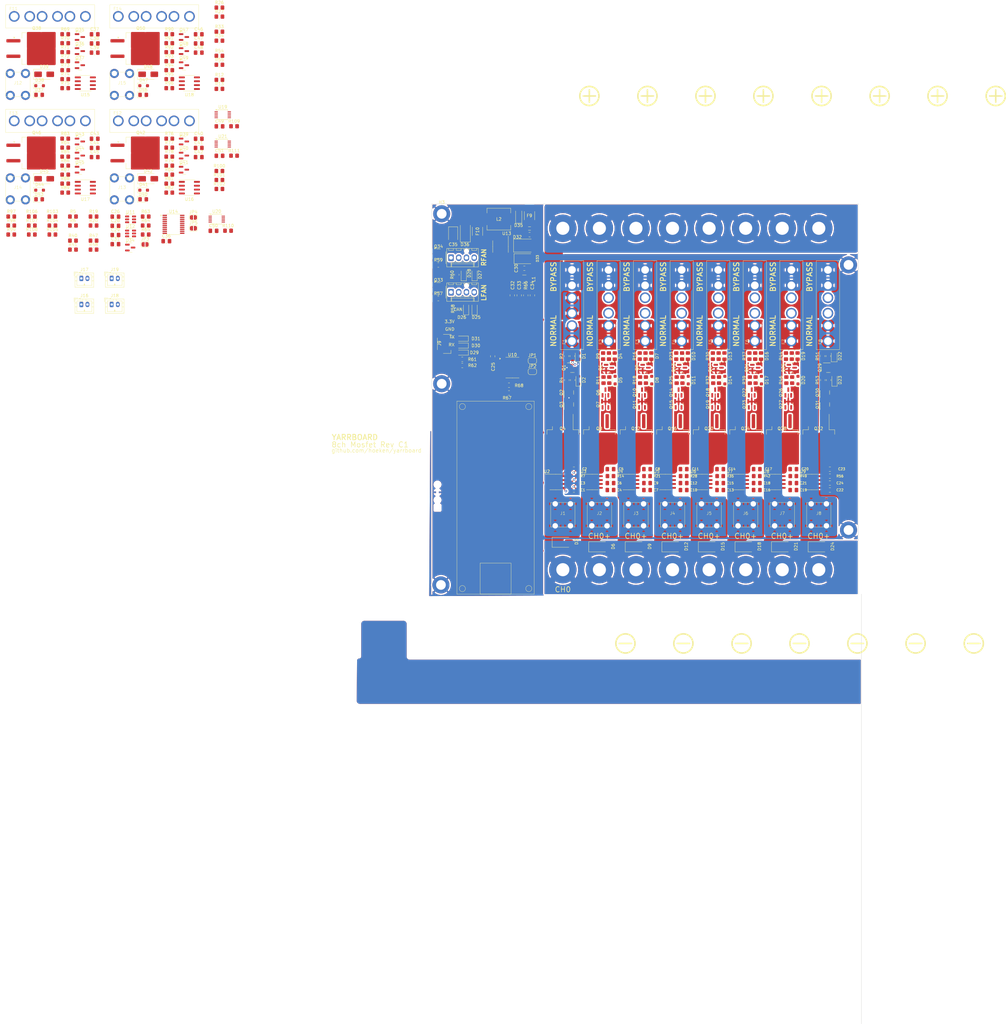
<source format=kicad_pcb>
(kicad_pcb (version 20240108) (generator "pcbnew") (generator_version "8.0")
  (layers (0 "F.Cu" signal) (1 "In1.Cu" signal) (2 "In2.Cu" signal) (31 "B.Cu" signal) (34 "B.Paste" user) (35 "F.Paste" user) (36 "B.SilkS" user "B.Silkscreen") (37 "F.SilkS" user "F.Silkscreen") (38 "B.Mask" user) (39 "F.Mask" user) (44 "Edge.Cuts" user))
  (net 0 "")
  (net 1 "+3.3V")
  (net 2 "Net-(U2-FILTER)")
  (net 3 "/CHANNEL 0/CURRENT_ADC")
  (net 4 "FAN_TACH2")
  (net 5 "FAN_PWM2")
  (net 6 "Net-(U3-FILTER)")
  (net 7 "GNDD")
  (net 8 "Net-(M1--)")
  (net 9 "Net-(M2--)")
  (net 10 "Net-(Q17-G)")
  (net 11 "/CHANNEL 1/CURRENT_ADC")
  (net 12 "FAN_MOSFET1")
  (net 13 "FAN_MOSFET2")
  (net 15 "FAN_TACH1")
  (net 17 "Net-(U4-FILTER)")
  (net 18 "FAN_PWM1")
  (net 19 "/CHANNEL 2/CURRENT_ADC")
  (net 20 "/CHANNEL 3/CURRENT_ADC")
  (net 21 "/CHANNEL 4/CURRENT_ADC")
  (net 22 "/CHANNEL 5/CURRENT_ADC")
  (net 23 "/CHANNEL 6/CURRENT_ADC")
  (net 24 "SDA")
  (net 26 "/CHANNEL 7/CURRENT_ADC")
  (net 27 "SCL")
  (net 28 "GNDA")
  (net 29 "GNDPWR")
  (net 30 "+24V")
  (net 31 "Net-(C28-Pad1)")
  (net 32 "Net-(U5-FILTER)")
  (net 33 "Net-(U13-VIN)")
  (net 34 "Net-(U6-FILTER)")
  (net 35 "Net-(C33-Pad2)")
  (net 36 "Net-(U7-FILTER)")
  (net 37 "Net-(U15-FILTER)")
  (net 38 "Net-(U8-FILTER)")
  (net 39 "/CHANNEL 8/CURRENT_ADC")
  (net 40 "Net-(U9-FILTER)")
  (net 41 "/CHANNEL 0/PWM")
  (net 42 "Net-(U16-FILTER)")
  (net 43 "/CHANNEL 1/PWM")
  (net 44 "/CHANNEL 9/CURRENT_ADC")
  (net 45 "/CHANNEL 2/PWM")
  (net 46 "Net-(U17-FILTER)")
  (net 47 "/CHANNEL 3/PWM")
  (net 48 "/CHANNEL 10/CURRENT_ADC")
  (net 49 "Net-(D4-A)")
  (net 50 "Net-(D5-A)")
  (net 51 "Net-(U18-FILTER)")
  (net 52 "Net-(D7-A)")
  (net 53 "Net-(D8-A)")
  (net 54 "/CHANNEL 11/CURRENT_ADC")
  (net 55 "Net-(D2-A)")
  (net 56 "Net-(Q1-G)")
  (net 57 "Net-(Q1-D)")
  (net 58 "Net-(D19-A)")
  (net 59 "Net-(D1-A)")
  (net 60 "Net-(D2-K)")
  (net 61 "Net-(D20-A)")
  (net 62 "Net-(Q5-G)")
  (net 63 "Net-(Q5-D)")
  (net 64 "Net-(D3-K)")
  (net 65 "Net-(D5-K)")
  (net 66 "Net-(D6-K)")
  (net 67 "Net-(D22-A)")
  (net 68 "Net-(Q9-G)")
  (net 69 "Net-(Q9-D)")
  (net 70 "Net-(D23-A)")
  (net 71 "Net-(D8-K)")
  (net 72 "Net-(D9-K)")
  (net 73 "Net-(D10-A)")
  (net 74 "Net-(Q13-G)")
  (net 75 "Net-(Q13-D)")
  (net 76 "Net-(D11-A)")
  (net 77 "Net-(D13-A)")
  (net 78 "Net-(D14-A)")
  (net 79 "ESP32_5V")
  (net 80 "/CHANNEL 4/PWM")
  (net 81 "/CHANNEL 5/PWM")
  (net 82 "/CHANNEL 6/PWM")
  (net 83 "/CHANNEL 7/PWM")
  (net 84 "Net-(D16-A)")
  (net 85 "SCK")
  (net 86 "MISO")
  (net 87 "MOSI")
  (net 88 "Net-(D17-A)")
  (net 89 "Net-(D34-COM)")
  (net 90 "Net-(D11-K)")
  (net 91 "Net-(Q4-D)")
  (net 92 "Net-(D12-K)")
  (net 93 "Net-(D35-K)")
  (net 94 "Net-(D37-A)")
  (net 95 "Net-(Q8-D)")
  (net 96 "Net-(D14-K)")
  (net 97 "Net-(D38-A)")
  (net 98 "Net-(D15-K)")
  (net 99 "Net-(Q12-D)")
  (net 100 "Net-(D39-K)")
  (net 101 "Net-(D40-A)")
  (net 102 "Net-(D17-K)")
  (net 103 "Net-(Q16-D)")
  (net 104 "+5V")
  (net 105 "Net-(D32-A2)")
  (net 107 "Net-(D18-K)")
  (net 108 "Net-(D41-K)")
  (net 109 "Net-(D20-K)")
  (net 110 "Net-(D21-K)")
  (net 111 "Net-(D41-A)")
  (net 112 "Net-(D23-K)")
  (net 113 "Net-(D24-K)")
  (net 114 "Net-(D42-K)")
  (net 115 "REF_3V3")
  (net 116 "Net-(D43-A)")
  (net 117 "Net-(D33-K)")
  (net 118 "Net-(D44-K)")
  (net 119 "Net-(D44-A)")
  (net 120 "Net-(F9-Pad1)")
  (net 121 "Net-(D38-K)")
  (net 122 "Net-(D45-K)")
  (net 123 "Net-(D46-A)")
  (net 124 "Net-(D47-A)")
  (net 125 "Net-(D47-K)")
  (net 126 "Net-(D48-K)")
  (net 127 "Net-(U13-FB)")
  (net 130 "Net-(JP1-A)")
  (net 131 "Net-(JP4-A)")
  (net 132 "Net-(Q2-E)")
  (net 133 "Net-(U5-VIOUT)")
  (net 134 "Net-(U6-VIOUT)")
  (net 135 "Net-(U7-VIOUT)")
  (net 136 "Net-(U8-VIOUT)")
  (net 137 "Net-(U9-VIOUT)")
  (net 138 "Net-(Q6-E)")
  (net 139 "Net-(Q10-E)")
  (net 140 "Net-(Q14-E)")
  (net 147 "Net-(Q17-D)")
  (net 150 "Net-(Q18-E)")
  (net 151 "Net-(Q20-D)")
  (net 152 "Net-(Q21-G)")
  (net 153 "Net-(Q21-D)")
  (net 154 "Net-(Q22-E)")
  (net 155 "Net-(Q24-D)")
  (net 156 "Net-(Q25-G)")
  (net 157 "Net-(Q25-D)")
  (net 158 "Net-(Q26-E)")
  (net 159 "Net-(Q28-D)")
  (net 160 "Net-(Q29-G)")
  (net 161 "Net-(Q29-D)")
  (net 162 "Net-(Q30-E)")
  (net 163 "Net-(Q32-D)")
  (net 164 "Net-(Q33-G)")
  (net 165 "Net-(Q34-G)")
  (net 166 "Net-(Q35-D)")
  (net 167 "Net-(Q35-G)")
  (net 168 "Net-(Q36-E)")
  (net 169 "Net-(Q38-D)")
  (net 170 "Net-(Q39-G)")
  (net 171 "Net-(Q39-D)")
  (net 172 "Net-(Q40-E)")
  (net 173 "Net-(Q42-D)")
  (net 174 "Net-(Q43-D)")
  (net 175 "Net-(Q43-G)")
  (net 176 "Net-(Q44-E)")
  (net 177 "Net-(Q46-D)")
  (net 178 "Net-(Q47-D)")
  (net 179 "Net-(Q47-G)")
  (net 180 "Net-(Q48-E)")
  (net 181 "Net-(Q50-D)")
  (net 182 "VOLT0")
  (net 183 "Net-(U2-VIOUT)")
  (net 184 "VOLT1")
  (net 185 "Net-(U3-VIOUT)")
  (net 186 "VOLT2")
  (net 187 "Net-(U4-VIOUT)")
  (net 188 "VOLT3")
  (net 189 "VOLT4")
  (net 190 "VOLT5")
  (net 191 "VOLT6")
  (net 192 "VOLT7")
  (net 193 "/CHANNEL 8/PWM")
  (net 194 "VOLT8")
  (net 195 "Net-(U15-VIOUT)")
  (net 196 "/CHANNEL 9/PWM")
  (net 197 "VOLT9")
  (net 198 "Net-(U16-VIOUT)")
  (net 199 "/CHANNEL 10/PWM")
  (net 200 "VOLT10")
  (net 201 "Net-(U17-VIOUT)")
  (net 202 "/CHANNEL 11/PWM")
  (net 203 "VOLT11")
  (net 204 "Net-(U18-VIOUT)")
  (net 205 "Net-(J16-Pin_1)")
  (net 206 "/CURRENT ADC1/A4")
  (net 207 "Net-(J17-Pin_1)")
  (net 208 "/CURRENT ADC1/A5")
  (net 209 "Net-(J18-Pin_1)")
  (net 210 "/CURRENT ADC1/A6")
  (net 211 "Net-(J19-Pin_1)")
  (net 212 "/CURRENT ADC1/A7")
  (net 213 "Net-(U19-ALERT{slash}RDY)")
  (net 214 "Net-(U20-ALERT{slash}RDY)")
  (net 215 "Net-(U21-ALERT{slash}RDY)")
  (net 216 "ADC0_SS")
  (net 217 "ADC1_CS")
  (net 219 "ADC0_CS")
  (footprint "Diode_SMD:D_SMA" (layer "F.Cu") (at -43.055 18.75)
    (property "Reference" "D42")
    (property "Value" "SS16")
  )
  (footprint "yarrboard:T44001" (layer "F.Cu") (at 105 129)
    (property "Reference" "J2")
    (property "Value" "Conn_01x01")
  )
  (footprint "Capacitor_SMD:C_0805_2012Metric_Pad1.18x1.45mm_HandSolder" (layer "F.Cu") (at 120.638 114.014)
    (property "Reference" "C8")
    (property "Value" "100nF")
  )
  (footprint "yarrboard:ACS7XX" (layer "F.Cu") (at 162.6535 118.238)
    (property "Reference" "U8")
    (property "Value" "ACS725xLCTR-20AU")
  )
  (footprint "Diode_SMD:D_SMA" (layer "F.Cu") (at 105 139.5)
    (property "Reference" "D6")
    (property "Value" "SS16" (hide yes))
  )
  (footprint "Resistor_SMD:R_0805_2012Metric_Pad1.20x1.40mm_HandSolder" (layer "F.Cu") (at -74.5 34.1)
    (property "Reference" "R104")
    (property "Value" "0")
  )
  (footprint "yarrboard:ATC Bypass Fuse" (layer "F.Cu") (at -41.195 -0.235)
    (property "Reference" "F12")
    (property "Value" "25A")
  )
  (footprint "Package_TO_SOT_SMD:TO-263-2" (layer "F.Cu") (at 129 105.934 -90)
    (property "Reference" "Q16")
    (property "Value" "IPB110P06LM")
  )
  (footprint "yarrboard:T44001" (layer "F.Cu") (at -85.825 22.075)
    (property "Reference" "J14")
    (property "Value" "Conn_01x01")
  )
  (footprint "Resistor_SMD:R_0805_2012Metric_Pad1.20x1.40mm_HandSolder" (layer "F.Cu") (at 58.71 61.406 -90)
    (property "Reference" "R58")
    (property "Value" "1k")
  )
  (footprint "Package_TO_SOT_SMD:SOT-23" (layer "F.Cu") (at 180.13 80.74)
    (property "Reference" "Q29")
    (property "Value" "2N7002")
  )
  (footprint "Resistor_SMD:R_0805_2012Metric_Pad1.20x1.40mm_HandSolder" (layer "F.Cu") (at -70.3 -10.97)
    (property "Reference" "R75")
    (property "Value" "1k")
  )
  (footprint "Capacitor_SMD:C_0805_2012Metric_Pad1.18x1.45mm_HandSolder" (layer "F.Cu") (at 120.638 120.872)
    (property "Reference" "C7")
    (property "Value" "1nF")
  )
  (footprint "Resistor_SMD:R_0805_2012Metric_Pad1.20x1.40mm_HandSolder" (layer "F.Cu") (at -74.5 31.15)
    (property "Reference" "R103")
    (property "Value" "0")
  )
  (footprint "Resistor_SMD:R_0805_2012Metric_Pad1.20x1.40mm_HandSolder" (layer "F.Cu") (at 120.257 84.804 -90)
    (property "Reference" "R17")
    (property "Value" "27k")
  )
  (footprint "Resistor_SMD:R_0805_2012Metric_Pad1.20x1.40mm_HandSolder" (layer "F.Cu") (at -70.3 11.5)
    (property "Reference" "R85")
    (property "Value" "27k")
  )
  (footprint "LED_SMD:LED_0805_2012Metric_Pad1.15x1.40mm_HandSolder" (layer "F.Cu") (at 110.035 76.93 90)
    (property "Reference" "D4")
    (property "Value" "LED")
  )
  (footprint "Capacitor_SMD:C_0805_2012Metric_Pad1.18x1.45mm_HandSolder" (layer "F.Cu") (at -19.67 11.22)
    (property "Reference" "C51")
    (property "Value" "100nF")
  )
  (footprint "Diode_SMD:D_SMA" (layer "F.Cu") (at 177 139.5)
    (property "Reference" "D24")
    (property "Value" "SS16" (hide yes))
  )
  (footprint "Fuse:Fuse_1812_4532Metric_Pad1.30x3.40mm_HandSolder" (layer "F.Cu") (at 65 36 90)
    (property "Reference" "F10")
    (property "Value" "mSMD110")
  )
  (footprint "Capacitor_SMD:C_0805_2012Metric_Pad1.18x1.45mm_HandSolder" (layer "F.Cu") (at 108.638 118.586)
    (property "Reference" "C6")
    (property "Value" "4.7nF")
  )
  (footprint "Resistor_SMD:R_0805_2012Metric_Pad1.20x1.40mm_HandSolder" (layer "F.Cu") (at 144.257 84.804 -90)
    (property "Reference" "R31")
    (property "Value" "27k")
  )
  (footprint "Resistor_SMD:R_0805_2012Metric_Pad1.20x1.40mm_HandSolder" (layer "F.Cu") (at 178.225 76.93 -90)
    (property "Reference" "R51")
    (property "Value" "220R")
  )
  (footprint "yarrboard:ATC Bypass Fuse" (layer "F.Cu") (at 144 60.326 90)
    (property "Reference" "F5")
    (property "Value" "25A")
  )
  (footprint "Resistor_SMD:R_0805_2012Metric_Pad1.20x1.40mm_HandSolder" (layer "F.Cu") (at -70.3 -28.67)
    (property "Reference" "R69")
    (property "Value" "1k")
  )
  (footprint "Resistor_SMD:R_0805_2012Metric_Pad1.20x1.40mm_HandSolder" (layer "F.Cu") (at 60 80)
    (property "Reference" "R62")
    (property "Value" "2.2k")
  )
  (footprint "Resistor_SMD:R_0805_2012Metric_Pad1.20x1.40mm_HandSolder" (layer "F.Cu") (at 154.352 84.804 -90)
    (property "Reference" "R39")
    (property "Value" "4.7k")
  )
  (footprint "Resistor_SMD:R_0805_2012Metric_Pad1.20x1.40mm_HandSolder" (layer "F.Cu") (at -36.15 20.35)
    (property "Reference" "R81")
    (property "Value" "22K")
  )
  (footprint "yarrboard:T44001" (layer "F.Cu") (at 141 129)
    (property "Reference" "J5")
    (property "Value" "Conn_01x01")
  )
  (footprint "Resistor_SMD:R_0805_2012Metric_Pad1.20x1.40mm_HandSolder" (layer "F.Cu") (at -19.7 -37.39)
    (property "Reference" "R26")
    (property "Value" "300K")
  )
  (footprint "Package_SO:TSSOP-20_4.4x6.5mm_P0.65mm" (layer "F.Cu") (at 76.455 80.7)
    (property "Reference" "U10")
    (property "Value" "MCP3564R")
  )
  (footprint "Resistor_SMD:R_0805_2012Metric_Pad1.20x1.40mm_HandSolder" (layer "F.Cu") (at 106.352 84.804 -90)
    (property "Reference" "R11")
    (property "Value" "4.7k")
  )
  (footprint "Package_TO_SOT_SMD:TO-263-2" (layer "F.Cu") (at 93 105.934 -90)
    (property "Reference" "Q4")
    (property "Value" "IPB110P06LM")
  )
  (footprint "Diode_SMD:D_SMA" (layer "F.Cu") (at 93 138)
    (property "Reference" "D3")
    (property "Value" "SS16" (hide yes))
  )
  (footprint "Resistor_SMD:R_0805_2012Metric_Pad1.20x1.40mm_HandSolder" (layer "F.Cu") (at -67.75 39.05)
    (property "Reference" "R40")
    (property "Value" "300K")
  )
  (footprint "Resistor_SMD:R_0805_2012Metric_Pad1.20x1.40mm_HandSolder" (layer "F.Cu") (at -70.3 -25.72)
    (property "Reference" "R70")
    (property "Value" "220R")
  )
  (footprint "Package_TO_SOT_SMD:SOT-23" (layer "F.Cu") (at -31.33 -27.745)
    (property "Reference" "Q47")
    (property "Value" "2N7002")
  )
  (footprint "yarrboard:ATC Bypass Fuse" (layer "F.Cu") (at -41.195 -34.505)
    (property "Reference" "F14")
    (property "Value" "25A")
  )
  (footprint "Diode_SMD:D_SOD-323_HandSoldering" (layer "F.Cu") (at -44.555 -11.77)
    (property "Reference" "D47")
    (property "Value" "15V")
  )
  (footprint "Inductor_SMD:L_Chilisin_BMRB00060650" (layer "F.Cu") (at 72 32 180)
    (property "Reference" "L2")
    (property "Value" "SMMS0650-680M")
  )
  (footprint "Capacitor_SMD:C_0805_2012Metric_Pad1.18x1.45mm_HandSolder" (layer "F.Cu") (at 156.638 114.014)
    (property "Reference" "C17")
    (property "Value" "100nF")
  )
  (footprint "Resistor_SMD:R_0805_2012Metric_Pad1.20x1.40mm_HandSolder" (layer "F.Cu") (at 130.352 84.804 -90)
    (property "Reference" "R25")
    (property "Value" "4.7k")
  )
  (footprint "Capacitor_SMD:C_0805_2012Metric_Pad1.18x1.45mm_HandSolder" (layer "F.Cu") (at 156.638 118.586)
    (property "Reference" "C18")
    (property "Value" "4.7nF")
  )
  (footprint "yarrboard:ACS7XX" (layer "F.Cu") (at -63.7 -12.6)
    (property "Reference" "U15")
    (property "Value" "ACS725xLCTR-20AU")
  )
  (footprint "MountingHole:MountingHole_3.2mm_M3_DIN965_Pad" (layer "F.Cu") (at 186.75 47)
    (property "Reference" "H4" (hide yes))
    (property "Value" "MountingHole")
  )
  (footprint "Package_TO_SOT_SMD:SOT-23" (layer "F.Cu") (at -31.33 -18.495)
    (property "Reference" "Q49")
    (property "Value" "BC856")
  )
  (footprint "Capacitor_SMD:C_0805_2012Metric_Pad1.18x1.45mm_HandSolder" (layer "F.Cu") (at -60.63 8.64)
    (property "Reference" "C44")
    (property "Value" "100nF")
  )
  (footprint "LED_SMD:LED_0805_2012Metric_Pad1.15x1.40mm_HandSolder" (layer "F.Cu") (at -44.705 -8.775)
    (property "Reference" "D46")
    (property "Value" "LED")
  )
  (footprint "Capacitor_SMD:C_0805_2012Metric_Pad1.18x1.45mm_HandSolder" (layer "F.Cu") (at -53.82 34.19)
    (property "Reference" "C28")
    (property "Value" "100nF")
  )
  (footprint "Capacitor_SMD:C_0805_2012Metric_Pad1.18x1.45mm_HandSolder" (layer "F.Cu") (at 83 57 -90)
    (property "Reference" "C34")
    (property "Value" "22uF/35v")
  )
  (footprint "LED_SMD:LED_0805_2012Metric_Pad1.15x1.40mm_HandSolder" (layer "F.Cu") (at 98.035 76.93 90)
    (property "Reference" "D1")
    (property "Value" "LED")
  )
  (footprint "Resistor_SMD:R_0805_2012Metric_Pad1.20x1.40mm_HandSolder" (layer "F.Cu") (at 108.638 116.3 180)
    (property "Reference" "R14")
    (property "Value" "1k")
  )
  (footprint "Diode_SMD:D_SOD-323_HandSoldering" (layer "F.Cu") (at 134.162 84.804 90)
    (property "Reference" "D11")
    (property "Value" "15V")
  )
  (footprint "Package_TO_SOT_SMD:SOT-23-6" (layer "F.Cu") (at -48.84 36.7)
    (property "Reference" "U12")
    (property "Value" "MCP3425A0T-ECH")
  )
  (footprint "Resistor_SMD:R_0805_2012Metric_Pad1.20x1.40mm_HandSolder" (layer "F.Cu") (at -61 42)
    (property "Reference" "R48")
    (property "Value" "22K")
  )
  (footprint "Resistor_SMD:R_0805_2012Metric_Pad1.20x1.40mm_HandSolder" (layer "F.Cu") (at 75.336 89 180)
    (property "Reference" "R67")
    (property "Value" "0R" (hide yes))
  )
  (footprint "Resistor_SMD:R_0805_2012Metric_Pad1.20x1.40mm_HandSolder" (layer "F.Cu") (at -19.7 22.1)
    (property "Reference" "R102")
    (property "Value" "165 0.1%")
  )
  (footprint "Resistor_SMD:R_0805_2012Metric_Pad1.20x1.40mm_HandSolder" (layer "F.Cu") (at -67.75 34.1)
    (property "Reference" "R6")
    (property "Value" "22K")
  )
  (footprint "Package_TO_SOT_SMD:TO-263-2" (layer "F.Cu") (at -45.5 -23.97)
    (property "Reference" "Q50")
    (property "Value" "IPB110P06LM")
  )
  (footprint "Capacitor_SMD:C_0805_2012Metric_Pad1.18x1.45mm_HandSolder" (layer "F.Cu") (at 70 77 -90)
    (property "Reference" "C25")
    (property "Value" "100nF")
  )
  (footprint "yarrboard:ATC Bypass Fuse" (layer "F.Cu") (at 132 60.326 90)
    (property "Reference" "F4")
    (property "Value" "25A")
  )
  (footprint "Package_TO_SOT_SMD:SOT-23" (layer "F.Cu") (at -31.33 -23.12)
    (property "Reference" "Q48")
    (property "Value" "BC846")
  )
  (footprint "Package_SO:TSSOP-10_3x3mm_P0.5mm" (layer "F.Cu") (at -18.6 7.39)
    (property "Reference" "U21")
    (property "Value" "ADS1015IDGS")
  )
  (footprint "Package_TO_SOT_SMD:SOT-23" (layer "F.Cu") (at -31.33 11.15)
    (property "Reference" "Q40")
    (property "Value" "BC846")
  )
  (footprint "Capacitor_SMD:C_0805_2012Metric_Pad1.18x1.45mm_HandSolder" (layer "F.Cu") (at 132.638 118.586)
    (property "Reference" "C12")
    (property "Value" "4.7nF")
  )
  (footprint "Resistor_SMD:R_0805_2012Metric_Pad1.20x1.40mm_HandSolder" (layer "F.Cu") (at -61 34.1)
    (property "Reference" "R20")
    (property "Value" "22K")
  )
  (footprint "Capacitor_SMD:C_0805_2012Metric_Pad1.18x1.45mm_HandSolder" (layer "F.Cu") (at 96.638 120.872)
    (property "Reference" "C1")
    (property "Value" "1nF")
  )
  (footprint "Resistor_SMD:R_0805_2012Metric_Pad1.20x1.40mm_HandSolder" (layer "F.Cu") (at 118.352 84.804 -90)
    (property "Reference" "R18")
    (property "Value" "4.7k")
  )
  (footprint "yarrboard:ATC Bypass Fuse" (layer "F.Cu") (at -75.345 -34.505)
    (property "Reference" "F11")
    (property "Value" "25A")
  )
  (footprint "Package_TO_SOT_SMD:SOT-23" (layer "F.Cu") (at -31.33 6.525)
    (property "Reference" "Q39")
    (property "Value" "2N7002")
  )
  (footprint "Resistor_SMD:R_0805_2012Metric_Pad1.20x1.40mm_HandSolder" (layer "F.Cu") (at -19.7 -18.64)
    (property "Reference" "R55")
    (property "Value" "22K")
  )
  (footprint "Resistor_SMD:R_0805_2012Metric_Pad1.20x1.40mm_HandSolder" (layer "F.Cu") (at -61 39.05)
    (property "Reference" "R47")
    (property "Value" "300K")
  )
  (footprint "Resistor_SMD:R_0805_2012Metric_Pad1.20x1.40mm_HandSolder" (layer "F.Cu") (at 168.13 76.93 -90)
    (property "Reference" "R43")
    (property "Value" "1k")
  )
  (footprint "Resistor_SMD:R_0805_2012Metric_Pad1.20x1.40mm_HandSolder" (layer "F.Cu") (at 142.352 84.804 -90)
    (property "Reference" "R32")
    (property "Value" "4.7k")
  )
  (footprint "Package_TO_SOT_SMD:SOT-23" (layer "F.Cu") (at 142.987 92.805 90)
    (property "Reference" "Q19")
    (property "Value" "BC856")
  )
  (footprint "Resistor_SMD:R_0805_2012Metric_Pad1.20x1.40mm_HandSolder" (layer "F.Cu") (at 58.202 50.23 -90)
    (property "Reference" "R60")
    (property "Value" "1k")
  )
  (footprint "Resistor_SMD:R_0805_2012Metric_Pad1.20x1.40mm_HandSolder" (layer "F.Cu") (at 120.13 76.93 -90)
    (property "Reference" "R15")
    (property "Value" "1k")
  )
  (footprint "yarrboard:Waveshare-ESP32-S3-dev-kit" (layer "F.Cu") (at 58.23 155)
    (property "Reference" "U1" (hide yes))
    (property "Value" "~" (hide yes))
  )
  (footprint "Resistor_SMD:R_0805_2012Metric_Pad1.20x1.40mm_HandSolder" (layer "F.Cu") (at 118.225 76.93 -90)
    (property "Reference" "R16")
    (property "Value" "220R")
  )
  (footprint "Capacitor_SMD:C_0805_2012Metric_Pad1.18x1.45mm_HandSolder" (layer "F.Cu") (at 168.638 120.872)
    (property "Reference" "C19")
    (property "Value" "1nF")
  )
  (footprint "Package_TO_SOT_SMD:SOT-23" (layer "F.Cu") (at 168.13 80.74)
    (property "Reference" "Q25")
    (property "Value" "2N7002")
  )
  (footprint "Resistor_SMD:R_0805_2012Metric_Pad1.20x1.40mm_HandSolder" (layer "F.Cu") (at -70.3 -13.92)
    (property "Reference" "R74")
    (property "Value" "22K")
  )
  (footprint "Package_TO_SOT_SMD:SOT-23" (layer "F.Cu") (at 120.13 80.74)
    (property "Reference" "Q9")
    (property "Value" "2N7002")
  )
  (footprint "Capacitor_SMD:C_0805_2012Metric_Pad1.18x1.45mm_HandSolder" (layer "F.Cu") (at -26.48 -28.64)
    (property "Reference" "C46")
    (property "Value" "1nF")
  )
  (footprint "Capacitor_SMD:C_0805_2012Metric_Pad1.18x1.45mm_HandSolder" (layer "F.Cu") (at -21.64 35.83)
    (property "Reference" "C50")
    (property "Value" "100nF")
  )
  (footprint "Resistor_SMD:R_0805_2012Metric_Pad1.20x1.40mm_HandSolder" (layer "F.Cu") (at 156.13 76.93 -90)
    (property "Reference" "R36")
    (property "Value" "1k")
  )
  (footprint "Diode_SMD:D_SMA" (layer "F.Cu") (at 141 139.5)
    (property "Reference" "D15")
    (property "Value" "SS16" (hide yes))
  )
  (footprint "Resistor_SMD:R_0805_2012Metric_Pad1.20x1.40mm_HandSolder" (layer "F.Cu") (at 106.225 76.93 -90)
    (property "Reference" "R9")
    (property "Value" "220R")
  )
  (footprint "Package_TO_SOT_SMD:SOT-23" (layer "F.Cu") (at 118.987 92.805 90)
    (property "Reference" "Q11")
    (property "Value" "BC856")
  )
  (footprint "yarrboard:ATC Bypass Fuse" (layer "F.Cu") (at -75.345 -0.235)
    (property "Reference" "F13")
    (property "Value" "25A")
  )
  (footprint "Resistor_SMD:R_0805_2012Metric_Pad1.20x1.40mm_HandSolder" (layer "F.Cu") (at -19.7 -29.49)
    (property "Reference" "R33")
    (property "Value" "300K")
  )
  (footprint "Diode_SMD:D_SMA" (layer "F.Cu") (at 165 139.5)
    (property "Reference" "D21")
    (property "Value" "SS16" (hide yes))
  )
  (footprint "Capacitor_SMD:C_0805_2012Metric_Pad1.18x1.45mm_HandSolder" (layer "F.Cu") (at -60.63 -28.64)
    (property "Reference" "C37")
    (property "Value" "1nF")
  )
  (footprint "Capacitor_SMD:C_0805_2012Metric_Pad1.18x1.45mm_HandSolder" (layer "F.Cu") (at 132.638 114.014)
    (property "Reference" "C11")
    (property "Value" "100nF")
  )
  (footprint "yarrboard:ACS7XX" (layer "F.Cu") (at 138.6535 118.238)
    (property "Reference" "U6")
    (property "Value" "ACS725xLCTR-20AU")
  )
  (footprint "Resistor_SMD:R_0805_2012Metric_Pad1.20x1.40mm_HandSolder" (layer "F.Cu") (at -70.3 8.55)
    (property "Reference" "R84")
    (property "Value" "220R")
  )
  (footprint "Resistor_SMD:R_0805_2012Metric_Pad1.20x1.40mm_HandSolder" (layer "F.Cu") (at -74.5 37.05)
    (property "Reference" "R105")
    (property "Value" "165 0.1%")
  )
  (footprint "Package_TO_SOT_SMD:SOT-23" (layer "F.Cu") (at 166.987 92.805 90)
    (property "Reference" "Q27")
    (property "Value" "BC856")
  )
  (footprint "Capacitor_SMD:C_0805_2012Metric_Pad1.18x1.45mm_HandSolder" (layer "F.Cu") (at 78.682 57 -90)
    (property "Reference" "C33")
    (property "Value" "4.7uF/50v")
  )
  (footprint "MountingHole:MountingHole_3.2mm_M3_DIN965_Pad" (layer "F.Cu") (at 53.25 86)
    (property "Reference" "H2" (hide yes))
    (property "Value" "MountingHole")
  )
  (footprint "Resistor_SMD:R_0805_2012Metric_Pad1.20x1.40mm_HandSolder" (layer "F.Cu") (at -19.7 -21.59)
    (property "Reference" "R54")
    (property "Value" "300K")
  )
  (footprint "Resistor_SMD:R_0805_2012Metric_Pad1.20x1.40mm_HandSolder" (layer "F.Cu") (at -36.15 17.4)
    (property "Reference" "R80")
    (property "Value" "300K")
  )
  (footprint "yarrboard:Busbar Rev D" (layer "F.Cu") (at 93 147)
    (property "Reference" "J11" (hide yes))
    (property "Value" "Screw_Terminal_01x08" (hide yes))
  )
  (footprint "yarrboard:ACS7XX" (layer "F.Cu") (at 150.6535 118.238)
    (property "Reference" "U7")
    (property "Value" "ACS725xLCTR-20AU")
  )
  (footprint "Package_TO_SOT_SMD:SOT-23" (layer "F.Cu") (at 52.208 43.357)
    (property "Reference" "Q34")
    (property "Value" "2N7002")
  )
  (footprint "Capacitor_SMD:C_0805_2012Metric_Pad1.18x1.45mm_HandSolder" (layer "F.Cu") (at 120.638 118.586)
    (property "Reference" "C9")
    (property "Value" "4.7nF")
  )
  (footprint "Resistor_SMD:R_0805_2012Metric_Pad1.20x1.40mm_HandSolder" (layer "F.Cu") (at 130.225 76.93 -90)
    (property "Reference" "R23")
    (property "Value" "220R")
  )
  (footprint "Resistor_SMD:R_0805_2012Metric_Pad1.20x1.40mm_HandSolder" (layer "F.Cu") (at -43.89 37.05)
    (property "Reference" "R65")
    (property "Value" "22K 0.1%")
  )
  (footprint "Connector_JST:JST_PH_B2B-PH-K_1x02_P2.00mm_Vertical" (layer "F.Cu") (at -65 51.45)
    (property "Reference" "J17")
    (property "Value" "Conn_01x02")
  )
  (footprint "Resistor_SMD:R_0805_2012Metric_Pad1.20x1.40mm_HandSolder" (layer "F.Cu") (at 132.257 84.804 -90)
    (property "Reference" "R24")
    (property "Value" "27k")
  )
  (footprint "LED_SMD:LED_0805_2012Metric_Pad1.15x1.40mm_HandSolder" (layer "F.Cu") (at -78.855 25.495)
    (property "Reference" "D43")
    (property "Value" "LED")
  )
  (footprint "yarrboard:ATC Bypass Fuse" (layer "F.Cu") (at 168 60.326 90)
    (property "Reference" "F7")
    (property "Value" "25A")
  )
  (footprint "Package_TO_SOT_SMD:SOT-23" (layer "F.Cu") (at 156.13 80.74)
    (property "Reference" "Q21")
    (property "Value" "2N7002")
  )
  (footprint "Capacitor_SMD:C_0805_2012Metric_Pad1.18x1.45mm_HandSolder" (layer "F.Cu") (at -60.63 11.65)
    (property "Reference" "C45")
    (property "Value" "4.7nF")
  )
  (footprint "Resistor_SMD:R_0805_2012Metric_Pad1.20x1.40mm_HandSolder" (layer "F.Cu") (at -81.25 37.05)
    (property "Reference" "R108")
    (property "Value" "165 0.1%")
  )
  (footprint "Diode_SMD:D_SMA" (layer "F.Cu") (at -43.055 -15.52)
    (property "Reference" "D48")
    (property "Value" "SS16")
  )
  (footprint "Package_TO_SOT_SMD:SOT-23" (layer "F.Cu") (at 132.13 80.74)
    (property "Reference" "Q13")
    (property "Value" "2N7002")
  )
  (footprint "Package_TO_SOT_SMD:SOT-23" (layer "F.Cu") (at 154.987 92.805 90)
    (property "Reference" "Q23")
    (property "Value" "BC856")
  )
  (footprint "Capacitor_SMD:C_0805_2012Metric_Pad1.18x1.45mm_HandSolder" (layer "F.Cu") (at 180.638 120.872)
    (property "Reference" "C22")
    (property "Value" "1nF")
  )
  (footprint "Package_TO_SOT_SMD:TO-263-2" (layer "F.Cu") (at -79.65 10.3)
    (property "Reference" "Q46")
    (property "Value" "IPB110P06LM")
  )
  (footprint "Capacitor_SMD:C_0805_2012Metric_Pad1.18x1.45mm_HandSolder" (layer "F.Cu") (at 180.638 118.586)
    (property "Reference" "C24")
    (property "Value" "4.7nF")
  )
  (footprint "Resistor_SMD:R_0805_2012Metric_Pad1.20x1.40mm_HandSolder" (layer "F.Cu") (at 144.638 116.3 180)
    (property "Reference" "R35")
    (property "Value" "1k")
  )
  (footprint "Resistor_SMD:R_0805_2012Metric_Pad1.20x1.40mm_HandSolder" (layer "F.Cu") (at 180.13 76.93 -90)
    (property "Reference" "R50")
    (property "Value" "1k")
  )
  (footprint "Capacitor_SMD:C_0805_2012Metric_Pad1.18x1.45mm_HandSolder" (layer "F.Cu") (at -37.11 39.23)
    (property "Reference" "C36")
    (property "Value" "100nF")
  )
  (footprint "Diode_SMD:D_SOD-323_HandSoldering" (layer "F.Cu") (at 60 71.208 180)
    (property "Reference" "D31")
    (property "Value" "PESD3V3L1BA")
  )
  (footprint "Resistor_SMD:R_0805_2012Metric_Pad1.20x1.40mm_HandSolder" (layer "F.Cu") (at -43.89 31.15)
    (property "Reference" "R63")
    (property "Value" "10k")
  )
  (footprint "Resistor_SMD:R_0805_2012Metric_Pad1.20x1.40mm_HandSolder" (layer "F.Cu") (at -36.15 8.55)
    (property "Reference" "R77")
    (property "Value" "220R")
  )
  (footprint "Resistor_SMD:R_0805_2012Metric_Pad1.20x1.40mm_HandSolder" (layer "F.Cu") (at 52.138 47.052)
    (property "Reference" "R59")
    (property "Value" "1k")
  )
  (footprint "LED_SMD:LED_0805_2012Metric_Pad1.15x1.40mm_HandSolder" (layer "F.Cu") (at 122.035 76.93 90)
    (property "Reference" "D7")
    (property "Value" "LED")
  )
  (footprint "Resistor_SMD:R_0805_2012Metric_Pad1.20x1.40mm_HandSolder" (layer "F.Cu") (at 156.257 84.804 -90)
    (property "Reference" "R38")
    (property "Value" "27k")
  )
  (footprint "Resistor_SMD:R_0805_2012Metric_Pad1.20x1.40mm_HandSolder" (layer "F.Cu") (at 96.638 116.3 180)
    (property "Reference" "R7")
    (property "Value" "1k")
  )
  (footprint "yarrboard:ACS7XX" (layer "F.Cu") (at 114.6535 118.238)
    (property "Reference" "U4")
    (property "Value" "ACS725xLCTR-20AU")
  )
  (footprint "Capacitor_SMD:C_0805_2012Metric_Pad1.18x1.45mm_HandSolder" (layer "F.Cu") (at 180.638 114.014)
    (property "Reference" "C23")
    (property "Value" "100nF")
  )
  (footprint "Capacitor_SMD:C_0805_2012Metric_Pad1.18x1.45mm_HandSolder" (layer "F.Cu") (at -19.67 1.56)
    (property "Reference" "C49")
    (property "Value" "100nF")
  )
  (footprint "Resistor_SMD:R_0805_2012Metric_Pad1.20x1.40mm_HandSolder" (layer "F.Cu") (at 94.225 76.93 -90)
    (property "Reference" "R2")
    (property "Value" "220R")
  )
  (footprint "Package_TO_SOT_SMD:SOT-23" (layer "F.Cu") (at -65.48 15.775)
    (property "Reference" "Q45")
    (property "Value" "BC856")
  )
  (footprint "Capacitor_SMD:C_0805_2012Metric_Pad1.18x1.45mm_HandSolder" (layer "F.Cu") (at 82.078 37.085 180)
    (property "Reference" "C27")
    (property "Value" "10nF")
  )
  (footprint "Inductor_SMD:L_1210_3225Metric" (layer "F.Cu") (at 80.365 51.713 180)
    (property "Reference" "L1")
    (property "Value" "CBC3225T100KR")
  )
  (footprint "LED_SMD:LED_0805_2012Metric_Pad1.15x1.40mm_HandSolder" (layer "F.Cu") (at -78.855 -8.775)
    (property "Reference" "D37")
    (property "Value" "LED")
  )
  (footprint "yarrboard:ACS7XX" (layer "F.Cu") (at -29.55 21.67)
    (property "Reference" "U16")
    (property "Value" "ACS725xLCTR-20AU")
  )
  (footprint "Fuse:Fuse_1812_4532Metric_Pad1.30x3.40mm_HandSolder" (layer "F.Cu") (at 82.078 30.862 90)
    (property "Reference" "F9")
    (property "Value" "mSMD050-60V")
  )
  (footprint "Resistor_SMD:R_0805_2012Metric_Pad1.20x1.40mm_HandSolder" (layer "F.Cu") (at 142.225 76.93 -90)
    (property "Reference" "R30")
    (property "Value" "220R")
  )
  (footprint "Capacitor_SMD:C_0805_2012Metric_Pad1.18x1.45mm_HandSolder" (layer "F.Cu") (at 156.638 120.872)
    (property "Reference" "C16")
    (property "Value" "1nF")
  )
  (footprint "Resistor_SMD:R_0805_2012Metric_Pad1.20x1.40mm_HandSolder" (layer "F.Cu") (at -36.15 -28.67)
    (property "Reference" "R90")
    (property "Value" "1k")
  )
  (footprint "MountingHole:MountingHole_3.2mm_M3_DIN965_Pad" (layer "F.Cu") (at 186.75 134)
    (property "Reference" "H5" (hide yes))
    (property "Value" "MountingHole")
  )
  (footprint "Resistor_SMD:R_0805_2012Metric_Pad1.20x1.40mm_HandSolder" (layer "F.Cu") (at -36.15 23.3)
    (property "Reference" "R82")
    (property "Value" "1k")
  )
  (footprint "Package_TO_SOT_SMD:TO-263-2" (layer "F.Cu") (at 177 105.934 -90)
    (property "Reference" "Q32")
    (property "Value" "IPB110P06LM")
  )
  (footprint "Capacitor_SMD:C_0805_2012Metric_Pad1.18x1.45mm_HandSolder" (layer "F.Cu") (at -53.82 31.18)
    (property "Reference" "C26")
    (property "Value" "100nF")
  )
  (footprint "Package_TO_SOT_SMD:SOT-23" (layer "F.Cu") (at 52.208 54.357)
    (property "Reference" "Q33")
    (property "Value" "2N7002")
  )
  (footprint "Package_SO:SOIC-8_3.9x4.9mm_P1.27mm" (layer "F.Cu") (at 72.553 41 -90)
    (property "Reference" "U13")
    (property "Value" "XL1509-5.0")
  )
  (footprint "yarrboard:ATC Bypass Fuse" (layer "F.Cu") (at 156 60.326 90)
    (property "Reference" "F6")
    (property "Value" "25A")
  )
  (footprint "Diode_SMD:D_SOD-123" (layer "F.Cu") (at 78.522 30.956 90)
    (property "Reference" "D35")
    (property "Value" "DSK24")
  )
  (footprint "Jumper:SolderJumper-2_P1.3mm_Open_RoundedPad1.0x1.5mm" (layer "F.Cu") (at -44.09 40.3)
    (property "Reference" "JP3")
    (property "Value" "SolderJumper_2_Open")
  )
  (footprint "Capacitor_SMD:C_0805_2012Metric_Pad1.18x1.45mm_HandSolder" (layer "F.Cu") (at 168.638 114.014)
    (property "Reference" "C20")
    (property "Value" "100nF")
  )
  (footprint "Diode_SMD:D_SMA" (layer "F.Cu") (at -77.205 -15.52)
    (property "Reference" "D39")
    (property "Value" "SS16")
  )
  (footprint "yarrboard:ACS7XX" (layer "F.Cu") (at -29.55 -12.6)
    (property "Reference" "U18")
    (property "Value" "ACS725xLCTR-20AU")
  )
  (footprint "Package_TO_SOT_SMD:TO-263-2" (layer "F.Cu") (at 153 105.934 -90)
    (property "Reference" "Q24")
    (property "Value" "IPB110P06LM")
  )
  (footprint "Capacitor_SMD:C_0805_2012Metric_Pad1.18x1.45mm_HandSolder" (layer "F.Cu") (at 96.638 118.586)
    (property "Reference" "C3")
    (property "Value" "4.7nF")
  )
  (footprint "Resistor_SMD:R_0805_2012Metric_Pad1.20x1.40mm_HandSolder" (layer "F.Cu") (at -14.89 1.53)
    (property "Reference" "R109")
    (property "Value" "10k")
  )
  (footprint "LED_SMD:LED_0805_2012Metric_Pad1.15x1.40mm_HandSolder" (layer "F.Cu") (at 146.035 76.93 90)
    (property "Reference" "D13")
    (property "Value" "LED")
  )
  (footprint "yarrboard:T44001" (layer "F.Cu") (at -85.825 -12.195)
    (property "Reference" "J12")
    (property "Value" "Conn_01x01")
  )
  (footprint "Resistor_SMD:R_0805_2012Metric_Pad1.20x1.40mm_HandSolder" (layer "F.Cu") (at 120.638 116.3 180)
    (property "Reference" "R21")
    (property "Value" "1k")
  )
  (footprint "Package_TO_SOT_SMD:TO-263-2" (layer "F.Cu") (at 165 105.934 -90)
    (property "Reference" "Q28")
    (property "Value" "IPB110P06LM")
  )
  (footprint "Diode_SMD:D_SOD-323_HandSoldering" (layer "F.Cu") (at -78.705 22.5)
    (property "Reference" "D44")
    (property "Value" "15V")
  )
  (footprint "Resistor_SMD:R_0805_2012Metric_Pad1.20x1.40mm_HandSolder" (layer "F.Cu") (at -70.3 -19.82)
    (property "Reference" "R72")
    (property "Value" "4.7k")
  )
  (footprint "Resistor_SMD:R_0805_2012Metric_Pad1.20x1.40mm_HandSolder" (layer "F.Cu") (at -70.3 5.6)
    (property "Reference" "R83")
    (property "Value" "1k")
  )
  (footprint "Capacitor_SMD:C_0805_2012Metric_Pad1.18x1.45mm_HandSolder" (layer "F.Cu") (at -60.63 5.63)
    (property "Reference" "C43")
    (property "Value" "1nF")
  )
  (footprint "Diode_SMD:D_SOD-323_HandSoldering" (layer "F.Cu") (at -44.555 22.5)
    (property "Reference" "D41")
    (property "Value" "15V")
  )
  (footprint "Capacitor_SMD:C_0805_2012Metric_Pad1.18x1.45mm_HandSolder" (layer "F.Cu") (at -26.48 8.64)
    (property "Reference" "C41")
    (property "Value" "100nF")
  )
  (footprint "yarrboard:T44001" (layer "F.Cu") (at 117 129)
    (property "Reference" "J3")
    (property "Value" "Conn_01x01")
  )
  (footprint "Resistor_SMD:R_0805_2012Metric_Pad1.20x1.40mm_HandSolder" (layer "F.Cu") (at -70.3 17.4)
    (property "Reference" "R87")
    (property "Value" "300K")
  )
  (footprint "Package_TO_SOT_SMD:TO-263-2" (layer "F.Cu") (at 105 105.934 -90)
    (property "Reference" "Q8")
    (property "Value" "IPB110P06LM")
  )
  (footprint "Resistor_SMD:R_0805_2012Metric_Pad1.20x1.40mm_HandSolder" (layer "F.Cu") (at -19.7 -10.74)
    (property "Reference" "R13")
    (property "Value" "22K")
  )
  (footprint "Package_TO_SOT_SMD:SOT-23" (layer "F.Cu") (at 106.987 88.868 90)
    (property "Reference" "Q6")
    (property "Value" "BC846")
  )
  (footprint "Package_TO_SOT_SMD:SOT-23" (layer "F.Cu") (at -65.48 -23.12)
    (property "Reference" "Q36")
    (property "Value" "BC846")
  )
  (footprint "Resistor_SMD:R_0805_2012Metric_Pad1.20x1.40mm_HandSolder" (layer "F.Cu") (at 154.225 76.93 -90)
    (property "Reference" "R37")
    (property "Value" "220R")
  )
  (footprint "Diode_SMD:D_SMA" (layer "F.Cu") (at 153 139.5)
    (property "Reference" "D18")
    (property "Value" "SS16" (hide yes))
  )
  (footprint "yarrboard:ATC Bypass Fuse" (layer "F.Cu") (at 96 60.326 90)
    (property "Reference" "F1")
    (property "Value" "25A")
  )
  (footprint "yarrboard:ATC Bypass Fuse" (layer "F.Cu") (at 120 60.326 90)
    (property "Reference" "F3")
    (property "Value" "25A")
  )
  (footprint "Diode_SMD:D_SOD-323_HandSoldering" (layer "F.Cu") (at 64.044 61.406 90)
    (property "Reference" "D25")
    (property "Value" "PESD3V3L1BA")
  )
  (footprint "Package_TO_SOT_SMD:TO-263-2" (layer "F.Cu") (at -45.5 10.3)
    (property "Reference" "Q42")
    (property "Value" "IPB110P06LM")
  )
  (footprint "Capacitor_SMD:C_0805_2012Metric_Pad1.18x1.45mm_HandSolder" (layer "F.Cu") (at 144.638 120.872)
    (property "Reference" "C13")
    (property "Value" "1nF")
  )
  (footprint "Resistor_SMD:R_0805_2012Metric_Pad1.20x1.40mm_HandSolder" (layer "F.Cu") (at -81.25 34.1)
    (property "Reference" "R107")
    (property "Value" "0")
  )
  (footprint "MountingHole:MountingHole_3.2mm_M3_DIN965_Pad" (layer "F.Cu") (at 53.25 30.25)
    (property "Reference" "H3")
    (property "Value" "MountingHole")
  )
  (footprint "yarrboard:T44001" (layer "F.Cu") (at 165 129)
    (property "Reference" "J7")
    (property "Value" "Conn_01x01")
  )
  (footprint "LED_SMD:LED_0805_2012Metric_Pad1.15x1.40mm_HandSolder" (layer "F.Cu") (at 170.035 76.93 90)
    (property "Reference" "D19")
    (property "Value" "LED")
  )
  (footprint "Diode_SMD:D_SOD-323_HandSoldering" (layer "F.Cu") (at 146.162 84.804 90)
    (property "Reference" "D14")
    (property "Value" "15V")
  )
  (footprint "Connector_JST:JST_PH_B2B-PH-K_1x02_P2.00mm_Vertical" (layer "F.Cu") (at -65 60)
    (property "Reference" "J16")
    (property "Value" "Conn_01x02")
  )
  (footprint "Package_SO:TSSOP-10_3x3mm_P0.5mm" (layer "F.Cu") (at -20.57 32)
    (property "Reference" "U20")
    (property "Value" "ADS1015IDGS")
  )
  (footprint "Package_TO_SOT_SMD:SOT-23" (layer "F.Cu") (at 94.987 88.868 90)
    (property "Reference" "Q2")
    (property "Value" "BC846")
  )
  (footprint "Package_TO_SOT_SMD:SOT-23" (layer "F.Cu") (at -65.48 11.15)
    (property "Reference" "Q44")
    (property "Value" "BC846")
  )
  (footprint "LED_SMD:LED_0805_2012Metric_Pad1.15x1.40mm_HandSolder" (layer "F.Cu") (at 182.035 76.93 90)
    (property "Reference" "D22")
    (property "Value" "LED")
  )
  (footprint "Resistor_SMD:R_0805_2012Metric_Pad1.20x1.40mm_HandSolder" (layer "F.Cu") (at 75.336 86.46)
    (property "Reference" "R68")
    (property "Value" "0R" (hide yes))
  )
  (footprint "Resistor_SMD:R_0805_2012Metric_Pad1.20x1.40mm_HandSolder" (layer "F.Cu") (at 144.13 76.93 -90)
    (property "Reference" "R29")
    (property "Value" "1k")
  )
  (footprint "Resistor_SMD:R_0805_2012Metric_Pad1.20x1.40mm_HandSolder" (layer "F.Cu") (at 166.225 76.93 -90)
    (property "Reference" "R44")
    (property "Value" "220R")
  )
  (footprint "yarrboard:ACS7XX" (layer "F.Cu") (at -63.7 21.67)
    (property "Reference" "U17")
    (property "Value" "ACS725xLCTR-20AU")
  )
  (footprint "Resistor_SMD:R_0805_2012Metric_Pad1.20x1.40mm_HandSolder" (layer "F.Cu") (at -70.3 20.35)
    (property "Reference" "R88")
    (property "Value" "22K")
  )
  (footprint "Diode_SMD:D_SOD-323_HandSoldering" (layer "F.Cu") (at 122.162 84.804 90)
    (property "Reference" "D8")
    (property "Value" "15V")
  )
  (footprint "Inductor_SMD:L_0805_2012Metric" (layer "F.Cu") (at 82.078 35.053)
    (property "Reference" "FB1")
    (property "Value" "GZ2012D601TF")
  )
  (footprint "yarrboard:ACS7XX" (layer "F.Cu") (at 102.6535 118.238)
    (property "Reference" "U3")
    (property "Value" "ACS725xLCTR-20AU")
  )
  (footprint "Resistor_SMD:R_0805_2012Metric_Pad1.20x1.40mm_HandSolder" (layer "F.Cu") (at -36.15 -13.92)
    (property "Reference" "R95")
    (property "Value" "22K")
  )
  (footprint "Diode_SMD:D_SOD-323_HandSoldering" (layer "F.Cu") (at -78.705 -11.77)
    (property "Reference" "D38")
    (property "Value" "15V")
  )
  (footprint "Package_TO_SOT_SMD:SOT-23" (layer "F.Cu") (at -31.33 15.775)
    (property "Reference" "Q41")
    (property "Value" "BC856")
  )
  (footprint "Jumper:SolderJumper-2_P1.3mm_Open_RoundedPad1.0x1.5mm" (layer "F.Cu") (at -28.22 35)
    (property "Reference" "JP5")
    (property "Value" "SolderJumper_2_Open")
  )
  (footprint "Resistor_SMD:R_0805_2012Metric_Pad1.20x1.40mm_HandSolder" (layer "F.Cu") (at -88 37.05)
    (property "Reference" "R99")
    (property "Value" "165 0.1%")
  )
  (footprint "Capacitor_SMD:C_0805_2012Metric_Pad1.18x1.45mm_HandSolder" (layer "F.Cu") (at 168.638 118.586)
    (property "Reference" "C21")
    (property "Value" "4.7nF")
  )
  (footprint "Package_SO:TSSOP-10_3x3mm_P0.5mm" (layer "F.Cu") (at -18.6 -2.27)
    (property "Reference" "U19")
    (property "Value" "ADS1015IDGS")
  )
  (footprint "Resistor_SMD:R_0805_2012Metric_Pad1.20x1.40mm_HandSolder" (layer "F.Cu") (at 108.257 84.804 -90)
    (property "Reference" "R10")
    (property "Value" "27k")
  )
  (footprint "Resistor_SMD:R_0805_2012Metric_Pad1.20x1.40mm_HandSolder" (layer "F.Cu") (at 180.257 84.804 -90)
    (property "Reference" "R52")
    (property "Value" "27k")
  )
  (footprint "Resistor_SMD:R_0805_2012Metric_Pad1.20x1.40mm_HandSolder" (layer "F.Cu") (at -61 31.15)
    (property "Reference" "R19")
    (property "Value" "300K")
  )
  (footprint "yarrboard:ACS7XX" (layer "F.Cu") (at 174.6535 118.238)
    (property "Reference" "U9")
    (property "Value" "ACS725xLCTR-20AU")
  )
  (footprint "Capacitor_SMD:C_0805_2012Metric_Pad1.18x1.45mm_HandSolder" (layer "F.Cu") (at -26.48 -22.62)
    (property "Reference" "C48")
    (property "Value" "4.7nF")
  )
  (footprint "Diode_SMD:D_SMA" (layer "F.Cu") (at 80.492 44.982)
    (property "Reference" "D33")
    (property "Value" "SX33L")
  )
  (footprint "Capacitor_SMD:C_0805_2012Metric_Pad1.18x1.45mm_HandSolder" (layer "F.Cu") (at -60.63 -22.62)
    (property "Reference" "C39")
    (property "Value" "4.7nF")
  )
  (footprint "Resistor_SMD:R_0805_2012Metric_Pad1.20x1.40mm_HandSolder" (layer "F.Cu") (at -88 34.1)
    (property "Reference" "R98")
    (property "Value" "0")
  )
  (footprint "Capacitor_SMD:C_0805_2012Metric_Pad1.18x1.45mm_HandSolder" (layer "F.Cu") (at -26.48 11.65)
    (property "Reference" "C42")
    (property "Value" "4.7nF")
  )
  (footprint "Resistor_SMD:R_0805_2012Metric_Pad1.20x1.40mm_HandSolder" (layer "F.Cu") (at 180.638 116.3 180)
    (property "Reference" "R56")
    (property "Value" "1k")
  )
  (footprint "Package_TO_SOT_SMD:TO-263-2" (layer "F.Cu") (at 117 105.934 -90)
    (property "Reference" "Q12")
    (property "Value" "IPB110P06LM")
  )
  (footprint "Resistor_SMD:R_0805_2012Metric_Pad1.20x1.40mm_HandSolder" (layer "F.Cu") (at -36.15 -22.77)
    (property "Reference" "R92")
    (property "Value" "27k")
  )
  (footprint "Resistor_SMD:R_0805_2012Metric_Pad1.20x1.40mm_HandSolder" (layer "F.Cu") (at 96.257 84.804 -90)
    (property "Reference" "R3")
    (property "Value" "27k")
  )
  (footprint "Jumper:SolderJumper-2_P1.3mm_Open_RoundedPad1.0x1.5mm" (layer "F.Cu") (at -28.22 31.45)
    (property "Reference" "JP4")
    (property "Value" "SolderJumper_2_Open")
  )
  (footprint "yarrboard:T44001" (layer "F.Cu") (at 129 129)
    (property "Reference" "J4")
    (property "Value" "Conn_01x01")
  )
  (footprint "Capacitor_SMD:C_0805_2012Metric_Pad1.18x1.45mm_HandSolder" (layer "F.Cu") (at 132.638 120.872)
    (property "Reference" "C10")
    (property "Value" "1nF")
  )
  (footprint "yarrboard:ATC Bypass Fuse" (layer "F.Cu") (at 180 60.326 90)
    (property "Reference" "F8")
    (property "Value" "25A")
  )
  (footprint "Capacitor_SMD:C_0805_2012Metric_Pad1.18x1.45mm_HandSolder" (layer "F.Cu") (at -26.48 5.63)
    (property "Reference" "C40")
    (property "Value" "1nF")
  )
  (footprint "Resistor_SMD:R_0805_2012Metric_Pad1.20x1.40mm_HandSolder" (layer "F.Cu") (at 156.638 116.3 180)
    (property "Reference" "R42")
    (property "Value" "1k")
  )
  (footprint "Package_TO_SOT_SMD:SOT-23" (layer "F.Cu") (at -65.48 6.525)
    (property "Reference" "Q43")
    (property "Value" "2N7002")
  )
  (footprint "Resistor_SMD:R_0805_2012Metric_Pad1.20x1.40mm_HandSolder" (layer "F.Cu") (at -19.7 -13.69)
    (property "Reference" "R12")
    (property "Value" "300K")
  )
  (footprint "Resistor_SMD:R_0805_2012Metric_Pad1.20x1.40mm_HandSolder" (layer "F.Cu") (at 168.638 116.3 180)
    (property "Reference" "R49")
    (property "Value" "1k")
  )
  (footprint "Resistor_SMD:R_0805_2012Metric_Pad1.20x1.40mm_HandSolder" (layer "F.Cu") (at 94.352 84.804 -90)
    (property "Reference" "R4")
    (property "Value" "4.7k")
  )
  (footprint "Capacitor_SMD:C_0805_2012Metric_Pad1.18x1.45mm_HandSolder" (layer "F.Cu") (at 108.638 120.872)
    (property "Reference" "C4")
    (property "Value" "1nF")
  )
  (footprint "yarrboard:ACS7XX" (layer "F.Cu") (at 126.6535 118.238)
    (property "Reference" "U5")
    (property "Value" "ACS725xLCTR-20AU")
  )
  (footprint "Resistor_SMD:R_0805_2012Metric_Pad1.20x1.40mm_HandSolder" (layer "F.Cu") (at -70.3 -22.77)
    (property "Reference" "R71")
    (property "Value" "27k")
  )
  (footprint "yarrboard:ACS7XX" (layer "F.Cu") (at 90.6535 118.238)
    (property "Reference" "U2")
    (property "Value" "ACS725xLCTR-20AU")
  )
  (footprint "Capacitor_SMD:C_0805_2012Metric_Pad1.18x1.45mm_HandSolder" (layer "F.Cu") (at -53.82 40.21)
    (property "Reference" "C31")
    (property "Value" "100nF")
  )
  (footprint "Jumper:SolderJumper-2_P1.3mm_Open_RoundedPad1.0x1.5mm" (layer "F.Cu") (at 83 78.45)
    (property "Reference" "JP1")
    (property "Value" "SolderJumper_2_Open")
  )
  (footprint "Resistor_SMD:R_0805_2012Metric_Pad1.20x1.40mm_HandSolder" (layer "F.Cu") (at 80.841 57 -90)
    (property "Reference" "R66")
    (property "Value" "4.7R")
  )
  (footprint "Diode_SMD:D_SOD-323_HandSoldering" (layer "F.Cu") (at 110.162 84.804 90)
    (property "Reference" "D5")
    (property "Value" "15V")
  )
  (footprint "Package_TO_SOT_SMD:SOT-23" (layer "F.Cu") (at 130.987 88.868 90)
    (property "Reference" "Q14")
    (property "Value" "BC846")
  )
  (footprint "Resistor_SMD:R_0805_2012Metric_Pad1.20x1.40mm_HandSolder" (layer "F.Cu") (at -70.3 23.3)
    (property "Reference" "R89")
    (property "Value" "1k")
  )
  (footprint "MountingHole:MountingHole_3.2mm_M3_DIN965_Pad" (layer "F.Cu") (at 53 152)
    (property "Reference" "H1" (hide yes))
    (property "Value" "MountingHole")
  )
  (footprint "Diode_SMD:D_SOD-323_HandSoldering" (layer "F.Cu") (at 60.488 50.23 90)
    (property "Reference" "D28")
    (property "Value" "PESD3V3L1BA")
  )
  (footprint "Capacitor_SMD:C_0805_2012Metric_Pad1.18x1.45mm_HandSolder" (layer "F.Cu") (at 96.638 114.014)
    (property "Reference" "C2")
    (property "Value" "100nF")
  )
  (footprint "Connector_JST:JST_PH_B2B-PH-K_1x02_P2.00mm_Vertical" (layer "F.Cu") (at -55.05 51.45)
    (property "Reference" "J19")
    (property "Value" "Conn_01x02")
  )
  (footprint "Diode_SMD:D_SOD-323_HandSoldering" (layer "F.Cu") (at 60 73.494 180)
    (property "Reference" "D30")
    (property "Value" "PESD3V3L1BA")
  )
  (footprint "Resistor_SMD:R_0805_2012Metric_Pad1.20x1.40mm_HandSolder" (layer "F.Cu") (at -81.25 31.15)
    (property "Reference" "R106")
    (property "Value" "0")
  )
  (footprint "Capacitor_SMD:C_0805_2012Metric_Pad1.18x1.45mm_HandSolder" (layer "F.Cu") (at -60.63 -25.63)
    (property "Reference" "C38")
    (property "Value" "100nF")
  )
  (footprint "Resistor_SMD:R_0805_2012Metric_Pad1.20x1.40mm_HandSolder" (layer "F.Cu") (at 52.138 58.052)
    (property "Reference" "R57")
    (property "Value" "1k")
  )
  (footprint "Resistor_SMD:R_0805_2012Metric_Pad1.20x1.40mm_HandSolder" (layer "F.Cu") (at -36.15 5.6)
    (property "Reference" "R76")
    (property "Value" "1k")
  )
  (footprint "Diode_SMD:D_SOD-323_HandSoldering" (layer "F.Cu") (at 64.044 50.23 90)
    (property "Reference" "D27")
    (property "Value" "PESD3V3L1BA")
  )
  (footprint "Capacitor_SMD:C_0805_2012Metric_Pad1.18x1.45mm_HandSolder" (layer "F.Cu") (at 144.638 114.014)
    (property "Reference" "C14")
    (property "Value" "100nF")
  )
  (footprint "Package_TO_SOT_SMD:SOT-23" (layer "F.Cu") (at 118.987 88.868 90)
    (property "Reference" "Q10")
    (property "Value" "BC846")
  )
  (footprint "Package_TO_SOT_SMD:SOT-23" (layer "F.Cu") (at 108.13 80.74)
    (property "Reference" "Q5")
    (property "Value" "2N7002")
  )
  (footprint "Resistor_SMD:R_0805_2012Metric_Pad1.20x1.40mm_HandSolder" (layer "F.Cu") (at 132.638 116.3 180)
    (property "Reference" "R28")
    (property "Value" "1k")
  )
  (footprint "Resistor_SMD:R_0805_2012Metric_Pad1.20x1.40mm_HandSolder" (layer "F.Cu") (at -67.75 42)
    (property "Reference" "R41")
    (property "Value" "22K")
  )
  (footprint "Resistor_SMD:R_0805_2012Metric_Pad1.20x1.40mm_HandSolder" (layer "F.Cu") (at -36.15 11.5)
    (property "Reference" "R78")
    (property "Value" "27k")
  )
  (footprint "Package_TO_SOT_SMD:SOT-23" (layer "F.Cu") (at 154.987 88.868 90)
    (property "Reference" "Q22")
    (property "Value" "BC846")
  )
  (footprint "Resistor_SMD:R_0805_2012Metric_Pad1.20x1.40mm_HandSolder" (layer "F.Cu") (at 60 78)
    (property "Reference" "R61")
    (property "Value" "2.2k")
  )
  (footprint "Package_TO_SOT_SMD:SOT-23-6" (layer "F.Cu") (at -48.84 32.075)
    (property "Reference" "U11")
    (property "Value" "MCP1502-33")
  )
  (footprint "Package_TO_SOT_SMD:SOT-23" (layer "F.Cu") (at 94.987 92.805 90)
    (property "Reference" "Q3")
    (property "Value" "BC856")
  )
  (footprint "Package_TO_SOT_SMD:TO-263-2" (layer "F.Cu") (at -79.65 -23.97)
    (property "Reference" "Q38")
    (property "Value" "IPB110P06LM")
  )
  (footprint "Diode_SMD:D_SMA" (layer "F.Cu") (at -77.205 18.75)
    (property "Reference" "D45")
    (property "Value" "SS16")
  )
  (footprint "Package_TO_SOT_SMD:SOT-23" (layer "F.Cu") (at 178.987 88.868 90)
    (property "Reference" "Q30")
    (property "Value" "BC846")
  )
  (footprint "Diode_SMD:D_SMA" (layer "F.Cu") (at 129 139.5)
    (property "Reference" "D12")
    (property "Value" "SS16" (hide yes))
  )
  (footprint "Resistor_SMD:R_0805_2012Metric_Pad1.20x1.40mm_HandSolder" (layer "F.Cu") (at -43.89 34.1)
    (property "Reference" "R64")
    (property "Value" "300K 0.1%")
  )
  (footprint "Resistor_SMD:R_0805_2012Metric_Pad1.20x1.40mm_HandSolder" (layer "F.Cu") (at 166.352 84.804 -90)
    (property "Reference" "R46")
    (property "Value" "4.7k")
  )
  (footprint "Diode_SMD:D_SOD-323_HandSoldering" (layer "F.Cu") (at 170.162 84.804 90)
    (property "Reference" "D20")
    (property "Value" "15V")
  )
  (footprint "Package_TO_SOT_SMD:TO-263-2" (layer "F.Cu") (at 141 105.934 -90)
    (property "Reference" "Q20")
    (property "Value" "IPB110P06LM")
  )
  (footprint "Resistor_SMD:R_0805_2012Metric_Pad1.20x1.40mm_HandSolder" (layer "F.Cu") (at -19.7 16.2)
    (property "Reference" "R100")
    (property "Value" "0")
  )
  (footprint "yarrboard:T44001" (layer "F.Cu") (at 177 129)
    (property "Reference" "J8")
    (property "Value" "Conn_01x01")
  )
  (footprint "Resistor_SMD:R_0805_2012Metric_Pad1.20x1.40mm_HandSolder" (layer "F.Cu") (at -14.89 11.19)
    (property "Reference" "R111")
    (property "Value" "10k")
  )
  (footprint "Package_TO_SOT_SMD:SOT-23" (layer "F.Cu") (at 142.987 88.868 90)
    (property "Reference" "Q18")
    (property "Value" "BC846")
  )
  (footprint "Resistor_SMD:R_0805_2012Metric_Pad1.20x1.40mm_HandSolder" (layer "F.Cu") (at 108.13 76.93 -90)
    (property "Reference" "R8")
    (property "Value" "1k")
  )
  (footprint "Capacitor_SMD:C_0805_2012Metric_Pad1.18x1.45mm_HandSolder" (layer "F.Cu") (at 80.365 48.101)
    (property "Reference" "C30")
    (property "Value" "470nF/50v")
  )
  (footprint "Package_TO_SOT_SMD:SOT-23" (layer "F.Cu") (at -65.48 -18.495)
    (property "Reference" "Q37")
    (property "Value" "BC856")
  )
  (footprint "Resistor_SMD:R_0805_2012Metric_Pad1.20x1.40mm_HandSolder" (layer "F.Cu") (at -36.15 -25.72)
    (property "Reference" "R91")
    (property "Value" "220R")
  )
  (footprint "Diode_SMD:D_SOD-323_HandSoldering" (layer "F.Cu") (at 60 75.78 180)
    (property "Reference" "D29")
    (property "Value" "PESD3V3L1BA")
  )
  (footprint "yarrboard:T44001" (layer "F.Cu") (at 93 129)
    (property "Reference" "J1")
    (property "Value" "Conn_01x01")
  )
  (footprint "Resistor_SMD:R_0805_2012Metric_Pad1.20x1.40mm_HandSolder" (layer "F.Cu") (at -70.3 -16.87)
    (property "Reference" "R73")
    (property "Value" "300K")
  )
  (footprint "Resistor_SMD:R_0805_2012Metric_Pad1.20x1.40mm_HandSolder" (layer "F.Cu") (at -19.7 -34.44)
    (property "Reference" "R27")
    (property "Value" "22K")
  )
  (footprint "Connector_JST:JST_SH_SM04B-SRSS-TB_1x04-1MP_P1.00mm_Horizontal" (layer "F.Cu") (at 54.5 72.924 -90)
    (property "Reference" "J9")
    (property "Value" "I2C")
  )
  (footprint "yarrboard:Molex 0470531000" (layer "F.Cu") (at 56.297 55.965)
    (property "Reference" "M1" (hide yes))
    (property "Value" "Fan_4pin")
  )
  (footprint "Resistor_SMD:R_0805_2012Metric_Pad1.20x1.40mm_HandSolder" (layer "F.Cu") (at -36.15 -19.82)
    (property "Reference" "R93")
    (property "Value" "4.7k")
  )
  (footprint "Resistor_SMD:R_0805_2012Metric_Pad1.20x1.40mm_HandSolder" (layer "F.Cu") (at -36.15 -16.87)
    (property "Reference" "R94")
    (property "Value" "300K")
  )
  (footprint "Capacitor_SMD:C_0805_2012Metric_Pad1.18x1.45mm_HandSolder" (layer "F.Cu") (at -26.48 -25.63)
    (property "Reference" "C47")
    (property "Value" "100nF")
  )
  (footprint "Resistor_SMD:R_0805_2012Metric_Pad1.20x1.40mm_HandSolder" (layer "F.Cu") (at -16.86 35.8)
    (property "Reference" "R110")
    (property "Value" "10k")
  )
  (footprint "Resistor_SMD:R_0805_2012Metric_Pad1.20x1.40mm_HandSolder" (layer "F.Cu") (at 96.13 76.93 -90)
    (property "Reference" "R1")
    (property "Value" "1k")
  )
  (footprint "Diode_SMD:D_SOD-323_HandSoldering" (layer "F.Cu") (at 158.162 84.804 90)
    (property "Reference" "D17")
    (property "Value" "15V")
  )
  (footprint "Capacitor_SMD:C_0805_2012Metric_Pad1.18x1.45mm_HandSolder" (layer "F.Cu") (at 108.638 114.014)
    (property "Reference" "C5")
    (property "Value" "100nF")
  )
  (footprint "yarrboard:T44001" (layer "F.Cu") (at 153 129)
    (property "Reference" "J6")
    (property "Value" "Conn_01x01")
  )
  (footprint "LED_SMD:LED_0805_2012Metric_Pad1.15x1.40mm_HandSolder" (layer "F.Cu") (at 158.035 76.93 90)
    (property "Reference" "D16")
    (property "Value" "LED")
  )
  (footprint "Capacitor_SMD:C_0805_2012Metric_Pad1.18x1.45mm_HandSolder" (layer "F.Cu") (at 144.638 118.586)
    (property "Reference" "C15")
    (property "Value" "4.7nF")
  )
  (footprint "yarrboard:Molex 0470531000" (layer "F.Cu") (at 56.297 44.662)
    (property "Reference" "M2" (hide yes))
    (property "Value" "Fan_4pin")
  )
  (footprint "Package_TO_SOT_SMD:SOT-23" (layer "F.Cu") (at -65.48 -27.745)
    (property "Reference" "Q35")
    (property "Value" "2N7002")
  )
  (footprint "Diode_SMD:D_SMA" (layer "F.Cu") (at 117 139.5)
    (property "Reference" "D9")
    (property "Value" "SS16" (hide yes))
  )
  (footprint "yarrboard:ATC Bypass Fuse" (layer "F.Cu") (at 108 60.326 90)
    (property "Reference" "F2")
    (property "Value" "25A")
  )
  (footprint "Capacitor_Tantalum_SMD:CP_EIA-3528-21_Kemet-B" (layer "F.Cu") (at 57 37 -90)
    (property "Reference" "C35")
    (property "Value" "100uF / 10v")
  )
  (footprint "Package_TO_SOT_SMD:SOT-23" (layer "F.Cu") (at 96.13 80.74)
    (property "Reference" "Q1")
    (property "Value" "2N7002")
  )
  (footprint "Capacitor_SMD:C_0805_2012Metric_Pad1.18x1.45mm_HandSolder" (layer "F.Cu") (at -53.82 37.2)
    (property "Reference" "C29")
    (property "Value" "10uF")
  )
  (footprint "Diode_SMD:D_SMB" (layer "F.Cu") (at 80.492 40.664)
    (property "Reference" "D32")
    (property "Value" "SMBJ30CA")
  )
  (footprint "Diode_SMD:D_SOD-323_HandSoldering" (layer "F.Cu") (at 61.25 61.406 90)
    (property "Reference" "D26")
    (property "Value" "PESD3V3L1BA")
  )
  (footprint "LED_SMD:LED_0805_2012Metric_Pad1.15x1.40mm_HandSolder" (layer "F.Cu") (at -44.705 25.495)
    (property "Reference" "D40")
    (property "Value" "LED")
  )
  (footprint "Diode_SMD:D_SOD-323_HandSoldering" (layer "F.Cu") (at 182.162 84.804 90)
    (property "Reference" "D23")
    (property "Value" "15V")
  )
  (footprint "Connector_JST:JST_PH_B2B-PH-K_1x02_P2.00mm_Vertical" (layer "F.Cu") (at -55.05 60)
    (property "Reference" "J18")
    (property "Value" "Conn_01x02")
  )
  (footprint "Resistor_SMD:R_0805_2012Metric_Pad1.20x1.40mm_HandSolder" (layer "F.Cu") (at 168.257 84.804 -90)
    (property "Reference" "R45")
    (property "Value" "27k")
  )
  (footprint "Resistor_SMD:R_0805_2012Metric_Pad1.20x1.40mm_HandSolder" (layer "F.Cu") (at -36.15 14.45)
    (property "Reference" "R79")
    (property "Value" "4.7k")
  )
  (footprint "LED_SMD:LED_0805_2012Metric_Pad1.15x1.40mm_HandSolder" (layer "F.Cu") (at 134.035 76.93 90)
    (property "Reference" "D10")
    (property "Value" "LED")
  )
  (footprint "Resistor_SMD:R_0805_2012Metric_Pad1.20x1.40mm_HandSolder" (layer "F.Cu") (at -19.7 -26.54)
    (property "Reference" "R34")
    (property "Value" "22K")
  )
  (footprint "Package_TO_SOT_SMD:SOT-23" (layer "F.Cu") (at 166.987 88.868 90)
    (property "Reference" "Q26")
    (property "Value" "BC846")
  )
  (footprint "yarrboard:T44001" (layer "F.Cu") (at -51.675 -12.195)
    (property "Reference" "J15")
    (property "Value" "Conn_01x01")
  )
  (footprint "Package_TO_SOT_SMD:SOT-23" (layer "F.Cu") (at 178.987 92.805 90)
    (property "Reference" "Q31")
    (property "Value" "BC856")
  )
  (footprint "Resistor_SMD:R_0805_2012Metric_Pad1.20x1.40mm_HandSolder" (layer "F.Cu") (at -19.7 19.15)
    (property "Reference" "R101")
    (property "Value" "0")
  )
  (footprint "Jumper:SolderJumper-2_P1.3mm_Open_RoundedPad1.0x1.5mm" (layer "F.Cu") (at 83 82)
    (property "Reference" "JP2")
    (property "Value" "SolderJumper_2_Open")
  )
  (footprint "Diode_SMD:D_SMA" (layer "F.Cu") (at 61 36 90)
    (property "Reference" "D36")
    (property "Value" "SX33L")
  )
  (footprint "Resistor_SMD:R_0805_2012Metric_Pad1.20x1.40mm_HandSolder" (layer "F.Cu") (at -88 31.15)
    (property "Reference" "R97")
    (property "Value" "0")
  )
  (footprint "Package_TO_SOT_SMD:SOT-23" (layer "F.Cu") (at -48.97 41.325)
    (property "Reference" "D34")
    (property "Value" "BAT54S")
  )
  (footprint "Capacitor_SMD:C_0805_2012Metric_Pad1.18x1.45mm_HandSolder" (layer "F.Cu") (at 76.396 57 -90)
    (property "Reference" "C32")
    (property "Value" "1uF/50v")
  )
  (footprint "yarrboard:T44001" (layer "F.Cu") (at -51.675 22.075)
    (property "Reference" "J13")
    (property "Value" "Conn_01x01")
  )
  (footprint "Resistor_SMD:R_0805_2012Metric_Pad1.20x1.40mm_HandSolder" (layer "F.Cu") (at 178.352 84.804 -90)
    (property "Reference" "R53")
    (property "Value" "4.7k")
  )
  (footprint "Resistor_SMD:R_0805_2012Metric_Pad1.20x1.40mm_HandSolder" (layer "F.Cu") (at 132.13 76.93 -90)
    (property "Reference" "R22")
    (property "Value" "1k")
  )
  (footprint "Resistor_SMD:R_0805_2012Metric_Pad1.20x1.40mm_HandSolder" (layer "F.Cu") (at -36.15 -10.97)
    (property "Reference" "R96")
    (property "Value" "1k")
  )
  (footprint "Package_SO:TSSOP-20_4.4x6.5mm_P0.65mm" (layer "F.Cu") (at -34.765 33.7)
    (property "Reference" "U14")
    (property "Value" "MCP3564R")
  )
  (footprint "Diode_SMD:D_SOD-323_HandSoldering" (layer "F.Cu") (at 98.162 84.804 90)
    (property "Reference" "D2")
    (property "Value" "15V")
  )
  (footprint "Resistor_SMD:R_0805_2012Metric_Pad1.20x1.40mm_HandSolder" (layer "F.Cu") (at -70.3 14.45)
    (property "Reference" "R86")
    (property "Value" "4.7k")
  )
  (footprint "Resistor_SMD:R_0805_2012Metric_Pad1.20x1.40mm_HandSolder" (layer "F.Cu") (at -67.75 31.15)
    (property "Reference" "R5")
    (property "Value" "300K")
  )
  (footprint "yarrboard:Busbar Rev D" (layer "F.Cu") (at 93 35)
    (property "Reference" "J10" (hide yes))
    (property "Value" "Screw_Terminal_01x08" (hide yes))
  )
  (footprint "Package_TO_SOT_SMD:SOT-23" (layer "F.Cu") (at 130.987 92.805 90)
    (property "Reference" "Q15")
    (property "Value" "BC856")
  )
  (footprint "Package_TO_SOT_SMD:SOT-23" (layer "F.Cu") (at 144.13 80.74)
    (property "Reference" "Q17")
    (property "Value" "2N7002")
  )
  (footprint "Package_TO_SOT_SMD:SOT-23" (layer "F.Cu") (at 106.987 92.805 90)
    (property "Reference" "Q7")
    (property "Value" "BC856")
  )
  (gr_line (start 237.058194 -8.4) (end 233.058194 -8.4) (stroke (width 0.5)) (layer "F.SilkS"))
  (gr_line (start 217.958194 -8.4) (end 213.958194 -8.4) (stroke (width 0.5)) (layer "F.SilkS"))
  (gr_line (start 101.708194 -10.4) (end 101.708194 -6.4) (stroke (width 0.5)) (layer "F.SilkS"))
  (gr_line (start 235.058194 -10.4) (end 235.058194 -6.4) (stroke (width 0.5)) (layer "F.SilkS"))
  (gr_circle (center 158.808194 -8.4) (end 161.95 -8.4) (stroke (width 0.5)) (fill none) (layer "F.SilkS"))
  (gr_line (start 153.658194 171.2) (end 149.658194 171.2) (stroke (width 0.5)) (layer "F.SilkS"))
  (gr_circle (center 196.958194 -8.4) (end 200.1 -8.4) (stroke (width 0.5)) (fill none) (layer "F.SilkS"))
  (gr_line (start 120.758194 -10.4) (end 120.758194 -6.4) (stroke (width 0.5)) (layer "F.SilkS"))
  (gr_circle (center 113.541806 171.2) (end 116.683612 171.2) (stroke (width 0.5)) (fill none) (layer "F.SilkS"))
  (gr_line (start 134.558194 171.2) (end 130.558194 171.2) (stroke (width 0.5)) (layer "F.SilkS"))
  (gr_line (start 196.958194 -10.4) (end 196.958194 -6.4) (stroke (width 0.5)) (layer "F.SilkS"))
  (gr_circle (center 215.958194 -8.4) (end 219.1 -8.4) (stroke (width 0.5)) (fill none) (layer "F.SilkS"))
  (gr_line (start 172.658194 171.2) (end 168.658194 171.2) (stroke (width 0.5)) (layer "F.SilkS"))
  (gr_circle (center 101.708194 -8.4) (end 104.85 -8.4) (stroke (width 0.5)) (fill none) (layer "F.SilkS"))
  (gr_line (start 198.958194 -8.4) (end 194.958194 -8.4) (stroke (width 0.5)) (layer "F.SilkS"))
  (gr_line (start 210.758194 171.2) (end 206.758194 171.2) (stroke (width 0.5)) (layer "F.SilkS"))
  (gr_line (start 103.708194 -8.4) (end 99.708194 -8.4) (stroke (width 0.5)) (layer "F.SilkS"))
  (gr_circle (center 151.658194 171.2) (end 154.8 171.2) (stroke (width 0.5)) (fill none) (layer "F.SilkS"))
  (gr_line (start 141.808194 -8.4) (end 137.808194 -8.4) (stroke (width 0.5)) (layer "F.SilkS"))
  (gr_line (start 158.808194 -10.4) (end 158.808194 -6.4) (stroke (width 0.5)) (layer "F.SilkS"))
  (gr_circle (center 208.758194 171.2) (end 211.9 171.2) (stroke (width 0.5)) (fill none) (layer "F.SilkS"))
  (gr_line (start 215.958194 -10.4) (end 215.958194 -6.4) (stroke (width 0.5)) (layer "F.SilkS"))
  (gr_line (start 179.908194 -8.4) (end 175.908194 -8.4) (stroke (width 0.5)) (layer "F.SilkS"))
  (gr_line (start 191.658194 171.2) (end 187.658194 171.2) (stroke (width 0.5)) (layer "F.SilkS"))
  (gr_circle (center 132.558194 171.2) (end 135.7 171.2) (stroke (width 0.5)) (fill none) (layer "F.SilkS"))
  (gr_circle (center 227.858194 171.2) (end 231 171.2) (stroke (width 0.5)) (fill none) (layer "F.SilkS"))
  (gr_line (start 177.908194 -10.4) (end 177.908194 -6.4) (stroke (width 0.5)) (layer "F.SilkS"))
  (gr_line (start 122.758194 -8.4) (end 118.758194 -8.4) (stroke (width 0.5)) (layer "F.SilkS"))
  (gr_circle (center 177.908194 -8.4) (end 181.05 -8.4) (stroke (width 0.5)) (fill none) (layer "F.SilkS"))
  (gr_circle (center 139.808194 -8.4) (end 142.95 -8.4) (stroke (width 0.5)) (fill none) (layer "F.SilkS"))
  (gr_circle (center 170.658194 171.2) (end 173.8 171.2) (stroke (width 0.5)) (fill none) (layer "F.SilkS"))
  (gr_circle (center 235.058194 -8.4) (end 238.2 -8.4) (stroke (width 0.5)) (fill none) (layer "F.SilkS"))
  (gr_line (start 160.808194 -8.4) (end 156.808194 -8.4) (stroke (width 0.5)) (layer "F.SilkS"))
  (gr_circle (center 189.658194 171.2) (end 192.8 171.2) (stroke (width 0.5)) (fill none) (layer "F.SilkS"))
  (gr_line (start 115.541806 171.2) (end 111.541806 171.2) (stroke (width 0.5)) (layer "F.SilkS"))
  (gr_circle (center 120.758194 -8.4) (end 123.9 -8.4) (stroke (width 0.5)) (fill none) (layer "F.SilkS"))
  (gr_line (start 229.858194 171.2) (end 225.858194 171.2) (stroke (width 0.5)) (layer "F.SilkS"))
  (gr_line (start 139.808194 -10.4) (end 139.808194 -6.4) (stroke (width 0.5)) (layer "F.SilkS"))
  (gr_line (start 191 155) (end 191 296) (stroke (width 0.1)) (layer "Edge.Cuts"))
  (gr_line (start 190 27) (end 190 155) (stroke (width 0.1)) (layer "Edge.Cuts"))
  (gr_line (start 50 155) (end 50 27) (stroke (width 0.1)) (layer "Edge.Cuts"))
  (gr_line (start 50 27) (end 190 27) (stroke (width 0.1)) (layer "Edge.Cuts"))
  (gr_text "NORMAL" (at 114.953 74.034 90) (layer "F.SilkS") (effects (font (size 1.75 1.75) (thickness 0.3)) (justify left bottom)))
  (gr_text "NORMAL" (at 102.953 74.034 90) (layer "F.SilkS") (effects (font (size 1.75 1.75) (thickness 0.3)) (justify left bottom)))
  (gr_text "BYPASS" (at 91.002 56.02 90) (layer "F.SilkS") (effects (font (size 1.75 1.75) (thickness 0.3)) (justify left bottom)))
  (gr_text "BYPASS" (at 151.002 56.02 90) (layer "F.SilkS") (effects (font (size 1.75 1.75) (thickness 0.3)) (justify left bottom)))
  (gr_text "CH0+" (at 117 137 0) (layer "F.SilkS") (effects (font (size 1.75 1.75) (thickness 0.2)) (justify bottom)))
  (gr_text "NORMAL" (at 162.953 74.034 90) (layer "F.SilkS") (effects (font (size 1.75 1.75) (thickness 0.3)) (justify left bottom)))
  (gr_text "YARRBOARD" (at 17 104.587 0) (layer "F.SilkS") (effects (font (size 1.75 1.75) (thickness 0.3)) (justify left bottom)))
  (gr_text "RFAN" (at 67.97 47.57 90) (layer "F.SilkS") (effects (font (size 1.5 1.5) (thickness 0.3) (bold yes)) (justify left bottom)))
  (gr_text "NORMAL" (at 174.953 74.034 90) (layer "F.SilkS") (effects (font (size 1.75 1.75) (thickness 0.3)) (justify left bottom)))
  (gr_text "CH0+" (at 177 137 0) (layer "F.SilkS") (effects (font (size 1.75 1.75) (thickness 0.2)) (justify bottom)))
  (gr_text "LFAN" (at 67.97 59 90) (layer "F.SilkS") (effects (font (size 1.5 1.5) (thickness 0.3) (bold yes)) (justify left bottom)))
  (gr_text "CH0+" (at 153 137 0) (layer "F.SilkS") (effects (font (size 1.75 1.75) (thickness 0.2)) (justify bottom)))
  (gr_text "BYPASS" (at 115.002 56.02 90) (layer "F.SilkS") (effects (font (size 1.75 1.75) (thickness 0.3)) (justify left bottom)))
  (gr_text "BYPASS" (at 163.002 56.02 90) (layer "F.SilkS") (effects (font (size 1.75 1.75) (thickness 0.3)) (justify left bottom)))
  (gr_text "BYPASS" (at 127.002 56.02 90) (layer "F.SilkS") (effects (font (size 1.75 1.75) (thickness 0.3)) (justify left bottom)))
  (gr_text "CH0+" (at 129 137 0) (layer "F.SilkS") (effects (font (size 1.75 1.75) (thickness 0.2)) (justify bottom)))
  (gr_text "CH0+" (at 105 137 0) (layer "F.SilkS") (effects (font (size 1.75 1.75) (thickness 0.2)) (justify bottom)))
  (gr_text "TX" (at 57.556 70.672 0) (layer "F.SilkS") (effects (font (size 1 1)) (justify right)))
  (gr_text "NORMAL" (at 138.953 74.034 90) (layer "F.SilkS") (effects (font (size 1.75 1.75) (thickness 0.3)) (justify left bottom)))
  (gr_text "8ch Mosfet Rev C1" (at 17 107 0) (layer "F.SilkS") (effects (font (size 1.75 1.75) (thickness 0.2)) (justify left bottom)))
  (gr_text "BYPASS" (at 103.002 56.02 90) (layer "F.SilkS") (effects (font (size 1.75 1.75) (thickness 0.3)) (justify left bottom)))
  (gr_text "BYPASS" (at 175.002 56.02 90) (layer "F.SilkS") (effects (font (size 1.75 1.75) (thickness 0.3)) (justify left bottom)))
  (gr_text "NORMAL" (at 90.953 74.034 90) (layer "F.SilkS") (effects (font (size 1.75 1.75) (thickness 0.3)) (justify left bottom)))
  (gr_text "BYPASS" (at 139.002 56.02 90) (layer "F.SilkS") (effects (font (size 1.75 1.75) (thickness 0.3)) (justify left bottom)))
  (gr_text "3.3V" (at 57.556 65.592 0) (layer "F.SilkS") (effects (font (size 1 1)) (justify right)))
  (gr_text "GND" (at 57.5314 68.102 0) (layer "F.SilkS") (effects (font (size 1 1)) (justify right)))
  (gr_text "CH0+" (at 141 137 0) (layer "F.SilkS") (effects (font (size 1.75 1.75) (thickness 0.2)) (justify bottom)))
  (gr_text "CH0" (at 93 153.5 0) (layer "F.SilkS") (effects (font (size 1.75 1.75) (thickness 0.2))))
  (gr_text "CH0+" (at 165 137 0) (layer "F.SilkS") (effects (font (size 1.75 1.75) (thickness 0.2)) (justify bottom)))
  (gr_text "github.com/hoeken/yarrboard" (at 17 108.651 0) (layer "F.SilkS") (effects (font (size 1.3 1.3)) (justify left bottom)))
  (gr_text "RX" (at 57.556 73.212 0) (layer "F.SilkS") (effects (font (size 1 1)) (justify right)))
  (gr_text "CAN" (at 57.048 62.196 0) (layer "F.SilkS") (effects (font (size 1 1)) (justify left bottom)))
  (gr_text "NORMAL" (at 150.953 74.034 90) (layer "F.SilkS") (effects (font (size 1.75 1.75) (thickness 0.3)) (justify left bottom)))
  (gr_text "NORMAL" (at 126.953 74.034 90) (layer "F.SilkS") (effects (font (size 1.75 1.75) (thickness 0.3)) (justify left bottom)))
  (segment (start 95.6005 114.014) (end 94.386 114.014) (width 0.25) (layer "F.Cu") (net 1))
  (segment (start 94.386 114.014) (end 93.1285 115.2715) (width 0.25) (layer "F.Cu") (net 1))
  (segment (start 93.1285 115.2715) (end 93.1285 116.333) (width 0.25) (layer "F.Cu") (net 1))
  (segment (start 93.1285 118.873) (end 93.6015 118.873) (width 0.25) (layer "F.Cu") (net 2))
  (segment (start 93.6015 118.873) (end 95.6005 120.872) (width 0.25) (layer "F.Cu") (net 2))
  (segment (start 96.681573 117.504927) (end 95.6005 118.586) (width 0.25) (layer "F.Cu") (net 3))
  (segment (start 96.681573 117.488328) (end 96.681573 117.504927) (width 0.25) (layer "F.Cu") (net 3))
  (segment (start 97.638 116.5485) (end 97.638 116.3) (width 0.25) (layer "F.Cu") (net 3))
  (segment (start 96.698172 117.488328) (end 97.638 116.5485) (width 0.25) (layer "F.Cu") (net 3))
  (segment (start 96.681573 117.488328) (end 96.698172 117.488328) (width 0.25) (layer "F.Cu") (net 3))
  (via (at 96.681573 117.488328) (size 0.8) (drill 0.4) (layers "F.Cu" "B.Cu") (net 3))
  (segment (start 94.987 90.654355) (end 95.018648 90.622707) (width 0.25) (layer "F.Cu") (net 7))
  (segment (start 94.361466 80.704413) (end 94.361466 80.858966) (width 0.25) (layer "F.Cu") (net 7))
  (segment (start 94.987 91.8675) (end 94.987 90.654355) (width 0.25) (layer "F.Cu") (net 7))
  (segment (start 98.035 79.589487) (end 98.035 77.955) (width 0.25) (layer "F.Cu") (net 7))
  (segment (start 94.361466 80.858966) (end 95.1925 81.69) (width 0.25) (layer "F.Cu") (net 7))
  (via (at 95.018648 90.622707) (size 0.8) (drill 0.4) (layers "F.Cu" "B.Cu") (net 7))
  (via (at 94.361466 80.704413) (size 0.8) (drill 0.4) (layers "F.Cu" "B.Cu") (net 7))
  (via (at 98.035 79.589487) (size 0.8) (drill 0.4) (layers "F.Cu" "B.Cu") (net 7))
  (segment (start 96.608096 115.081404) (end 97.6755 114.014) (width 0.25) (layer "F.Cu") (net 28))
  (segment (start 93.1285 120.143) (end 93.1285 120.3285) (width 0.25) (layer "F.Cu") (net 28))
  (segment (start 93.1285 120.3285) (end 94 121.2) (width 0.25) (layer "F.Cu") (net 28))
  (segment (start 96.609825 119.651675) (end 97.6755 118.586) (width 0.25) (layer "F.Cu") (net 28))
  (segment (start 96.608096 115.191191) (end 96.608096 115.081404) (width 0.25) (layer "F.Cu") (net 28))
  (segment (start 96.609825 119.791501) (end 96.609825 119.651675) (width 0.25) (layer "F.Cu") (net 28))
  (segment (start 97.6755 120.857176) (end 96.609825 119.791501) (width 0.25) (layer "F.Cu") (net 28))
  (segment (start 97.6755 120.872) (end 97.6755 120.857176) (width 0.25) (layer "F.Cu") (net 28))
  (via (at 96.609825 119.791501) (size 0.8) (drill 0.4) (layers "F.Cu" "B.Cu") (net 28))
  (via (at 96.608096 115.191191) (size 0.8) (drill 0.4) (layers "F.Cu" "B.Cu") (net 28))
  (via (at 94 121.2) (size 0.8) (drill 0.4) (layers "F.Cu" "B.Cu") (net 28))
  (segment (start 96.13 78.885406) (end 96.194681 78.950087) (width 0.25) (layer "F.Cu") (net 41))
  (segment (start 94.225 76.025) (end 96.13 77.93) (width 0.25) (layer "F.Cu") (net 41))
  (segment (start 94.225 75.93) (end 94.225 76.025) (width 0.25) (layer "F.Cu") (net 41))
  (segment (start 96.13 77.93) (end 96.13 78.885406) (width 0.25) (layer "F.Cu") (net 41))
  (via (at 96.194681 78.950087) (size 0.8) (drill 0.4) (layers "F.Cu" "B.Cu") (net 41))
  (segment (start 96.257 83.804) (end 96.257 83.899) (width 0.25) (layer "F.Cu") (net 55))
  (segment (start 96.257 83.899) (end 94.352 85.804) (width 0.25) (layer "F.Cu") (net 55))
  (segment (start 94.037 86.119) (end 94.037 89.8055) (width 0.25) (layer "F.Cu") (net 55))
  (segment (start 97.912 83.804) (end 98.162 83.554) (width 0.25) (layer "F.Cu") (net 55))
  (segment (start 94.037 93.7425) (end 94.037 89.8055) (width 0.25) (layer "F.Cu") (net 55))
  (segment (start 94.352 85.804) (end 94.037 86.119) (width 0.25) (layer "F.Cu") (net 55))
  (segment (start 96.257 83.804) (end 97.912 83.804) (width 0.25) (layer "F.Cu") (net 55))
  (segment (start 94.225 77.93) (end 94.225 78.8225) (width 0.25) (layer "F.Cu") (net 56))
  (segment (start 96.836214 79.79) (end 95.1925 79.79) (width 0.25) (layer "F.Cu") (net 56))
  (segment (start 94.225 78.8225) (end 95.1925 79.79) (width 0.25) (layer "F.Cu") (net 56))
  (segment (start 96.986213 79.640001) (end 96.836214 79.79) (width 0.25) (layer "F.Cu") (net 56))
  (via (at 96.986213 79.640001) (size 0.8) (drill 0.4) (layers "F.Cu" "B.Cu") (net 56))
  (segment (start 97.0675 81.9325) (end 97.0675 80.74) (width 0.25) (layer "F.Cu") (net 57))
  (segment (start 95.641 82.515) (end 96.485 82.515) (width 0.25) (layer "F.Cu") (net 57))
  (segment (start 94.352 83.804) (end 95.641 82.515) (width 0.25) (layer "F.Cu") (net 57))
  (segment (start 96.485 82.515) (end 97.0675 81.9325) (width 0.25) (layer "F.Cu") (net 57))
  (segment (start 96.155 75.905) (end 96.13 75.93) (width 0.25) (layer "F.Cu") (net 59))
  (segment (start 98.035 75.905) (end 96.155 75.905) (width 0.25) (layer "F.Cu") (net 59))
  (segment (start 96.257 86.6605) (end 94.987 87.9305) (width 0.25) (layer "F.Cu") (net 60))
  (segment (start 96.257 85.804) (end 97.912 85.804) (width 0.25) (layer "F.Cu") (net 60))
  (segment (start 93.285 101.109) (end 90.46 98.284) (width 0.25) (layer "F.Cu") (net 60))
  (segment (start 97.912 85.804) (end 98.162 86.054) (width 0.25) (layer "F.Cu") (net 60))
  (segment (start 96.167944 101.109) (end 93.285 101.109) (width 0.25) (layer "F.Cu") (net 60))
  (segment (start 98.162 99.114944) (end 96.167944 101.109) (width 0.25) (layer "F.Cu") (net 60))
  (segment (start 98.162 86.054) (end 98.162 99.114944) (width 0.25) (layer "F.Cu") (net 60))
  (segment (start 96.257 85.804) (end 96.257 86.6605) (width 0.25) (layer "F.Cu") (net 60))
  (segment (start 95.937 93.7425) (end 95.937 97.887) (width 0.25) (layer "F.Cu") (net 132))
  (segment (start 95.937 97.887) (end 95.54 98.284) (width 0.25) (layer "F.Cu") (net 132))
  (segment (start 95.937 89.8055) (end 95.937 93.7425) (width 0.25) (layer "F.Cu") (net 132))
  (segment (start 94.335 117.603) (end 95.638 116.3) (width 0.25) (layer "F.Cu") (net 183))
  (segment (start 93.1285 117.603) (end 94.335 117.603) (width 0.25) (layer "F.Cu") (net 183))
  (zone (net 99) (net_name "Net-(Q12-D)") (layer "F.Cu") (priority 5) (connect_pads yes (clearance 0.5)) (min_thickness 0.25) (fill yes (thermal_gap 0.5) (thermal_bridge_width 0.5) (smoothing fillet) (radius 1))
    (polygon (pts (xy 116 118.5) (xy 116 115.5) (xy 118.5 115.5) (xy 118.5 112.5) (xy 123 112.5) (xy 123 102) (xy 111 102) (xy 111 118.5)))
  )
  (zone (net 110) (net_name "Net-(D21-K)") (layer "F.Cu") (priority 4) (connect_pads yes (clearance 0.5)) (min_thickness 0.25) (fill yes (thermal_gap 0.5) (thermal_bridge_width 0.5) (smoothing fillet) (radius 1))
    (polygon (pts (xy 164 118.5) (xy 164 123.5) (xy 171 123.5) (xy 171 137) (xy 165 137) (xy 165 141) (xy 158.992 141) (xy 159 118.5)))
  )
  (zone (net 112) (net_name "Net-(D23-K)") (layer "F.Cu") (priority 7) (connect_pads thru_hole_only (clearance 0.5)) (min_thickness 0.25) (fill yes (thermal_gap 0.5) (thermal_bridge_width 2) (smoothing fillet) (radius 1))
    (polygon (pts (xy 177 102) (xy 171 102) (xy 171 65) (xy 183 65) (xy 183 75) (xy 177.112 75)))
  )
  (zone (net 92) (net_name "Net-(D12-K)") (layer "F.Cu") (priority 4) (connect_pads yes (clearance 0.5)) (min_thickness 0.25) (fill yes (thermal_gap 0.5) (thermal_bridge_width 0.5) (smoothing fillet) (radius 1))
    (polygon (pts (xy 116 118.5) (xy 116 123.5) (xy 123 123.5) (xy 123 137) (xy 117 137) (xy 117 141) (xy 110.992 141) (xy 111 118.5)))
  )
  (zone (net 98) (net_name "Net-(D15-K)") (layer "F.Cu") (priority 4) (connect_pads yes (clearance 0.5)) (min_thickness 0.25) (fill yes (thermal_gap 0.5) (thermal_bridge_width 0.5) (smoothing fillet) (radius 1))
    (polygon (pts (xy 152 118.5) (xy 152 123.5) (xy 159 123.5) (xy 159 137) (xy 153 137) (xy 153 141) (xy 146.992 141) (xy 147 118.5)))
  )
  (zone (net 95) (net_name "Net-(Q8-D)") (layer "F.Cu") (priority 5) (connect_pads yes (clearance 0.5)) (min_thickness 0.25) (fill yes (thermal_gap 0.5) (thermal_bridge_width 0.5) (smoothing fillet) (radius 1))
    (polygon (pts (xy 128 118.5) (xy 128 115.5) (xy 130.5 115.5) (xy 130.5 112.5) (xy 135 112.5) (xy 135 102) (xy 123 102) (xy 123 118.5)))
  )
  (zone (net 64) (net_name "Net-(D3-K)") (layer "F.Cu") (priority 4) (connect_pads yes (clearance 0.5)) (min_thickness 0.25) (fill yes (thermal_gap 0.5) (thermal_bridge_width 0.5) (smoothing fillet) (radius 1))
    (polygon (pts (xy 92 118.5) (xy 92 123.5) (xy 99 123.5) (xy 99 137) (xy 93 137) (xy 93 141) (xy 86.992 141) (xy 87 118.5)))
  )
  (zone (net 30) (net_name "+24V") (layer "F.Cu") (priority 8) (connect_pads thru_hole_only (clearance 0.5)) (min_thickness 0.25) (fill yes (thermal_gap 0.5) (thermal_bridge_width 2) (smoothing fillet) (radius 1))
    (polygon (pts (xy 87 65) (xy 99 65) (xy 99 55.5) (xy 93 55.5) (xy 93 37) (xy 87 37)))
  )
  (zone (net 91) (net_name "Net-(Q4-D)") (layer "F.Cu") (priority 5) (connect_pads yes (clearance 0.5)) (min_thickness 0.25) (fill yes (thermal_gap 0.5) (thermal_bridge_width 0.5) (smoothing fillet) (radius 1))
    (polygon (pts (xy 92 118.5) (xy 92 115.5) (xy 94.5 115.5) (xy 94.5 112.5) (xy 99 112.5) (xy 99 102) (xy 87 102) (xy 87 118.5)))
  )
  (zone (net 112) (net_name "Net-(D23-K)") (layer "F.Cu") (priority 7) (connect_pads thru_hole_only (clearance 0.5)) (min_thickness 0.25) (fill yes (thermal_gap 0.5) (thermal_bridge_width 2) (smoothing fillet) (radius 1))
    (polygon (pts (xy 153 102) (xy 147 102) (xy 147 65) (xy 159 65) (xy 159 75) (xy 153.112 75)))
  )
  (zone (net 113) (net_name "Net-(D24-K)") (layer "F.Cu") (priority 7) (connect_pads thru_hole_only (clearance 0.5)) (min_thickness 0.25) (fill yes (thermal_gap 0.5) (thermal_bridge_width 2) (smoothing fillet) (radius 1))
    (polygon (pts (xy 165 102) (xy 159 102) (xy 159 65) (xy 171 65) (xy 171 75) (xy 165.112 75)))
  )
  (zone (net 91) (net_name "Net-(Q4-D)") (layer "F.Cu") (priority 5) (connect_pads yes (clearance 0.5)) (min_thickness 0.25) (fill yes (thermal_gap 0.5) (thermal_bridge_width 0.5) (smoothing fillet) (radius 1))
    (polygon (pts (xy 104 118.5) (xy 104 115.5) (xy 106.5 115.5) (xy 106.5 112.5) (xy 111 112.5) (xy 111 102) (xy 99 102) (xy 99 118.5)))
  )
  (zone (net 65) (net_name "Net-(D5-K)") (layer "F.Cu") (priority 7) (connect_pads thru_hole_only (clearance 0.5)) (min_thickness 0.25) (fill yes (thermal_gap 0.5) (thermal_bridge_width 2) (smoothing fillet) (radius 1))
    (polygon (pts (xy 105 102) (xy 99 102) (xy 99 65) (xy 111 65) (xy 111 75) (xy 105.112 75)))
  )
  (zone (net 90) (net_name "Net-(D11-K)") (layer "F.Cu") (priority 4) (connect_pads yes (clearance 0.5)) (min_thickness 0.25) (fill yes (thermal_gap 0.5) (thermal_bridge_width 0.5) (smoothing fillet) (radius 1))
    (polygon (pts (xy 104 118.5) (xy 104 123.5) (xy 111 123.5) (xy 111 137) (xy 105 137) (xy 105 141) (xy 98.992 141) (xy 99 118.5)))
  )
  (zone (net 96) (net_name "Net-(D14-K)") (layer "F.Cu") (priority 7) (connect_pads thru_hole_only (clearance 0.5)) (min_thickness 0.25) (fill yes (thermal_gap 0.5) (thermal_bridge_width 2) (smoothing fillet) (radius 1))
    (polygon (pts (xy 141 102) (xy 135 102) (xy 135 65) (xy 147 65) (xy 147 75) (xy 141.112 75)))
  )
  (zone (net 159) (net_name "Net-(Q28-D)") (layer "F.Cu") (priority 5) (connect_pads yes (clearance 0.5)) (min_thickness 0.25) (fill yes (thermal_gap 0.5) (thermal_bridge_width 0.5) (smoothing fillet) (radius 1))
    (polygon (pts (xy 164 118.5) (xy 164 115.5) (xy 166.5 115.5) (xy 166.5 112.5) (xy 171 112.5) (xy 171 102) (xy 159 102) (xy 159 118.5)))
  )
  (zone (net 102) (net_name "Net-(D17-K)") (layer "F.Cu") (priority 4) (connect_pads yes (clearance 0.5)) (min_thickness 0.25) (fill yes (thermal_gap 0.5) (thermal_bridge_width 0.5) (smoothing fillet) (radius 1))
    (polygon (pts (xy 176 118.5) (xy 176 123.5) (xy 183 123.5) (xy 183 137) (xy 177 137) (xy 177 141) (xy 170.992 141) (xy 171 118.5)))
  )
  (zone (net 107) (net_name "Net-(D18-K)") (layer "F.Cu") (priority 7) (connect_pads thru_hole_only (clearance 0.5)) (min_thickness 0.25) (fill yes (thermal_gap 0.5) (thermal_bridge_width 2) (smoothing fillet) (radius 1))
    (polygon (pts (xy 93 102) (xy 87 102) (xy 87 65) (xy 99 65) (xy 99 75) (xy 93.112 75)))
  )
  (zone (net 103) (net_name "Net-(Q16-D)") (layer "F.Cu") (priority 5) (connect_pads yes (clearance 0.5)) (min_thickness 0.25) (fill yes (thermal_gap 0.5) (thermal_bridge_width 0.5) (smoothing fillet) (radius 1))
    (polygon (pts (xy 176 118.5) (xy 176 115.5) (xy 178.5 115.5) (xy 178.5 112.5) (xy 183 112.5) (xy 183 102) (xy 171 102) (xy 171 118.5)))
  )
  (zone (net 110) (net_name "Net-(D21-K)") (layer "F.Cu") (priority 7) (connect_pads thru_hole_only (clearance 0.5)) (min_thickness 0.25) (fill yes (thermal_gap 0.5) (thermal_bridge_width 2) (smoothing fillet) (radius 1))
    (polygon (pts (xy 129 102) (xy 123 102) (xy 123 65) (xy 135 65) (xy 135 75) (xy 129.112 75)))
  )
  (zone (net 99) (net_name "Net-(Q12-D)") (layer "F.Cu") (priority 5) (connect_pads yes (clearance 0.5)) (min_thickness 0.25) (fill yes (thermal_gap 0.5) (thermal_bridge_width 0.5) (smoothing fillet) (radius 1))
    (polygon (pts (xy 152 118.5) (xy 152 115.5) (xy 154.5 115.5) (xy 154.5 112.5) (xy 159 112.5) (xy 159 102) (xy 147 102) (xy 147 118.5)))
  )
  (zone (net 92) (net_name "Net-(D12-K)") (layer "F.Cu") (priority 4) (connect_pads yes (clearance 0.5)) (min_thickness 0.25) (fill yes (thermal_gap 0.5) (thermal_bridge_width 0.5) (smoothing fillet) (radius 1))
    (polygon (pts (xy 128 118.5) (xy 128 123.5) (xy 135 123.5) (xy 135 137) (xy 129 137) (xy 129 141) (xy 122.992 141) (xy 123 118.5)))
  )
  (zone (net 109) (net_name "Net-(D20-K)") (layer "F.Cu") (priority 7) (connect_pads thru_hole_only (clearance 0.5)) (min_thickness 0.25) (fill yes (thermal_gap 0.5) (thermal_bridge_width 2) (smoothing fillet) (radius 1))
    (polygon (pts (xy 117 102) (xy 111 102) (xy 111 65) (xy 123 65) (xy 123 75) (xy 117.112 75)))
  )
  (zone (net 151) (net_name "Net-(Q20-D)") (layer "F.Cu") (priority 5) (connect_pads yes (clearance 0.5)) (min_thickness 0.25) (fill yes (thermal_gap 0.5) (thermal_bridge_width 0.5) (smoothing fillet) (radius 1))
    (polygon (pts (xy 140 118.5) (xy 140 115.5) (xy 142.5 115.5) (xy 142.5 112.5) (xy 147 112.5) (xy 147 102) (xy 135 102) (xy 135 118.5)))
  )
  (zone (net 96) (net_name "Net-(D14-K)") (layer "F.Cu") (priority 4) (connect_pads yes (clearance 0.5)) (min_thickness 0.25) (fill yes (thermal_gap 0.5) (thermal_bridge_width 0.5) (smoothing fillet) (radius 1))
    (polygon (pts (xy 140 118.5) (xy 140 123.5) (xy 147 123.5) (xy 147 137) (xy 141 137) (xy 141 141) (xy 134.992 141) (xy 135 118.5)))
  )
  (zone (net 30) (net_name "+24V") (layers "F&B.Cu") (name "24V") (priority 3) (connect_pads thru_hole_only (clearance 0.5)) (min_thickness 0.25) (fill yes (thermal_gap 0.5) (thermal_bridge_width 2) (smoothing fillet) (radius 1))
    (polygon (pts (xy 87 27) (xy 87 43) (xy 190 43) (xy 190 27)))
  )
  (zone (net 29) (net_name "GNDPWR") (layers "F&B.Cu") (name "GNDPWR") (priority 1) (connect_pads thru_hole_only (clearance 0.5)) (min_thickness 0.25) (fill yes (thermal_gap 0.5) (thermal_bridge_width 2) (smoothing chamfer))
    (polygon (pts (xy 87 137.5) (xy 87 155) (xy 190 155) (xy 190 137.5)))
  )
  (zone (net 7) (net_name "GNDD") (layers "F&B.Cu") (name "DIGITAL") (connect_pads (clearance 0.5)) (min_thickness 0.25) (fill yes (thermal_gap 0.5) (thermal_bridge_width 0.5) (smoothing chamfer))
    (polygon (pts (xy 50 27) (xy 190 27) (xy 190 155) (xy 49.141 155.66)))
  )
  (zone (net 28) (net_name "GNDA") (layers "F&B.Cu") (name "ANALOG") (priority 2) (connect_pads (clearance 0.5)) (min_thickness 0.25) (fill yes (thermal_gap 0.5) (thermal_bridge_width 0.5) (smoothing fillet) (radius 1))
    (polygon (pts (xy 41.726 163.782) (xy 41.726 176.53) (xy 196.666 176.53) (xy 196.696 191) (xy 25.365 191) (xy 25.5 176.146) (xy 26.865 176.146) (xy 26.865 163.782)))
  )
  (zone (net 102) (net_name "Net-(D17-K)") (layer "B.Cu") (priority 6) (connect_pads thru_hole_only (clearance 0.5)) (min_thickness 0.25) (fill yes (thermal_gap 0.5) (thermal_bridge_width 2) (smoothing fillet) (radius 1))
    (polygon (pts (xy 171 136) (xy 171 46) (xy 183 46) (xy 183 55.5) (xy 176.5 55.5) (xy 177 123) (xy 183 123) (xy 183 136)))
  )
  (zone (net 92) (net_name "Net-(D12-K)") (layer "B.Cu") (priority 6) (connect_pads thru_hole_only (clearance 0.5)) (min_thickness 0.25) (fill yes (thermal_gap 0.5) (thermal_bridge_width 2) (smoothing fillet) (radius 1))
    (polygon (pts (xy 111 136) (xy 111 46) (xy 123 46) (xy 123 55.5) (xy 116.5 55.5) (xy 117 123) (xy 123 123) (xy 123 136)))
  )
  (zone (net 90) (net_name "Net-(D11-K)") (layer "B.Cu") (priority 6) (connect_pads thru_hole_only (clearance 0.5)) (min_thickness 0.25) (fill yes (thermal_gap 0.5) (thermal_bridge_width 2) (smoothing fillet) (radius 1))
    (polygon (pts (xy 99 136) (xy 99 46) (xy 111 46) (xy 111 55.5) (xy 104.5 55.5) (xy 105 123) (xy 111 123) (xy 111 136)))
  )
  (zone (net 96) (net_name "Net-(D14-K)") (layer "B.Cu") (priority 6) (connect_pads thru_hole_only (clearance 0.5)) (min_thickness 0.25) (fill yes (thermal_gap 0.5) (thermal_bridge_width 2) (smoothing fillet) (radius 1))
    (polygon (pts (xy 135 136) (xy 135 46) (xy 147 46) (xy 147 55.5) (xy 140.5 55.5) (xy 141 123) (xy 147 123) (xy 147 136)))
  )
  (zone (net 98) (net_name "Net-(D15-K)") (layer "B.Cu") (priority 6) (connect_pads thru_hole_only (clearance 0.5)) (min_thickness 0.25) (fill yes (thermal_gap 0.5) (thermal_bridge_width 2) (smoothing fillet) (radius 1))
    (polygon (pts (xy 147 136) (xy 147 46) (xy 159 46) (xy 159 55.5) (xy 152.5 55.5) (xy 153 123) (xy 159 123) (xy 159 136)))
  )
  (zone (net 92) (net_name "Net-(D12-K)") (layer "B.Cu") (priority 6) (connect_pads thru_hole_only (clearance 0.5)) (min_thickness 0.25) (fill yes (thermal_gap 0.5) (thermal_bridge_width 2) (smoothing fillet) (radius 1))
    (polygon (pts (xy 123 136) (xy 123 46) (xy 135 46) (xy 135 55.5) (xy 128.5 55.5) (xy 129 123) (xy 135 123) (xy 135 136)))
  )
  (zone (net 64) (net_name "Net-(D3-K)") (layer "B.Cu") (priority 6) (connect_pads thru_hole_only (clearance 0.5)) (min_thickness 0.25) (fill yes (thermal_gap 0.5) (thermal_bridge_width 2) (smoothing fillet) (radius 1))
    (polygon (pts (xy 87 136) (xy 87 46) (xy 99 46) (xy 99 55.5) (xy 92.5 55.5) (xy 93 123) (xy 99 123) (xy 99 136)))
  )
  (zone (net 110) (net_name "Net-(D21-K)") (layer "B.Cu") (priority 6) (connect_pads thru_hole_only (clearance 0.5)) (min_thickness 0.25) (fill yes (thermal_gap 0.5) (thermal_bridge_width 2) (smoothing fillet) (radius 1))
    (polygon (pts (xy 159 136) (xy 159 46) (xy 171 46) (xy 171 55.5) (xy 164.5 55.5) (xy 165 123) (xy 171 123) (xy 171 136)))
  )
)
</source>
